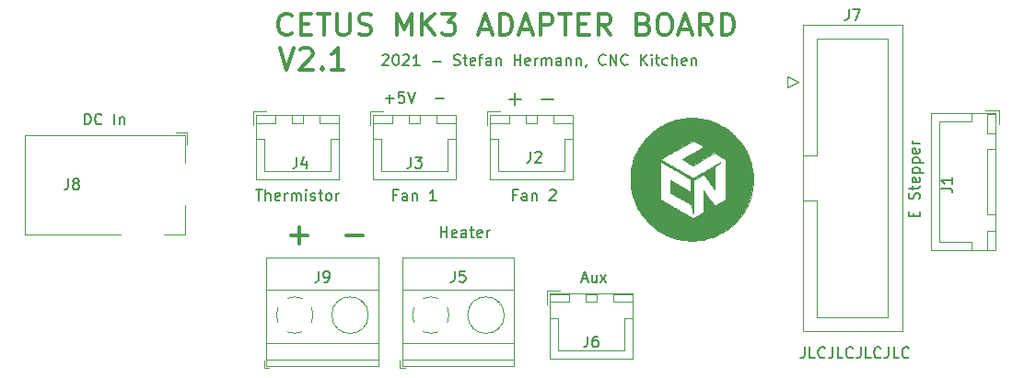
<source format=gbr>
%TF.GenerationSoftware,KiCad,Pcbnew,(5.1.12)-1*%
%TF.CreationDate,2021-12-09T20:49:17+01:00*%
%TF.ProjectId,adapter01,61646170-7465-4723-9031-2e6b69636164,rev?*%
%TF.SameCoordinates,Original*%
%TF.FileFunction,Legend,Top*%
%TF.FilePolarity,Positive*%
%FSLAX46Y46*%
G04 Gerber Fmt 4.6, Leading zero omitted, Abs format (unit mm)*
G04 Created by KiCad (PCBNEW (5.1.12)-1) date 2021-12-09 20:49:17*
%MOMM*%
%LPD*%
G01*
G04 APERTURE LIST*
%ADD10C,0.150000*%
%ADD11C,0.200000*%
%ADD12C,0.300000*%
%ADD13C,0.120000*%
%ADD14C,0.010000*%
G04 APERTURE END LIST*
D10*
X165880952Y-82952380D02*
X165880952Y-83666666D01*
X165833333Y-83809523D01*
X165738095Y-83904761D01*
X165595238Y-83952380D01*
X165500000Y-83952380D01*
X166833333Y-83952380D02*
X166357142Y-83952380D01*
X166357142Y-82952380D01*
X167738095Y-83857142D02*
X167690476Y-83904761D01*
X167547619Y-83952380D01*
X167452380Y-83952380D01*
X167309523Y-83904761D01*
X167214285Y-83809523D01*
X167166666Y-83714285D01*
X167119047Y-83523809D01*
X167119047Y-83380952D01*
X167166666Y-83190476D01*
X167214285Y-83095238D01*
X167309523Y-83000000D01*
X167452380Y-82952380D01*
X167547619Y-82952380D01*
X167690476Y-83000000D01*
X167738095Y-83047619D01*
X168452380Y-82952380D02*
X168452380Y-83666666D01*
X168404761Y-83809523D01*
X168309523Y-83904761D01*
X168166666Y-83952380D01*
X168071428Y-83952380D01*
X169404761Y-83952380D02*
X168928571Y-83952380D01*
X168928571Y-82952380D01*
X170309523Y-83857142D02*
X170261904Y-83904761D01*
X170119047Y-83952380D01*
X170023809Y-83952380D01*
X169880952Y-83904761D01*
X169785714Y-83809523D01*
X169738095Y-83714285D01*
X169690476Y-83523809D01*
X169690476Y-83380952D01*
X169738095Y-83190476D01*
X169785714Y-83095238D01*
X169880952Y-83000000D01*
X170023809Y-82952380D01*
X170119047Y-82952380D01*
X170261904Y-83000000D01*
X170309523Y-83047619D01*
X171023809Y-82952380D02*
X171023809Y-83666666D01*
X170976190Y-83809523D01*
X170880952Y-83904761D01*
X170738095Y-83952380D01*
X170642857Y-83952380D01*
X171976190Y-83952380D02*
X171500000Y-83952380D01*
X171500000Y-82952380D01*
X172880952Y-83857142D02*
X172833333Y-83904761D01*
X172690476Y-83952380D01*
X172595238Y-83952380D01*
X172452380Y-83904761D01*
X172357142Y-83809523D01*
X172309523Y-83714285D01*
X172261904Y-83523809D01*
X172261904Y-83380952D01*
X172309523Y-83190476D01*
X172357142Y-83095238D01*
X172452380Y-83000000D01*
X172595238Y-82952380D01*
X172690476Y-82952380D01*
X172833333Y-83000000D01*
X172880952Y-83047619D01*
X173595238Y-82952380D02*
X173595238Y-83666666D01*
X173547619Y-83809523D01*
X173452380Y-83904761D01*
X173309523Y-83952380D01*
X173214285Y-83952380D01*
X174547619Y-83952380D02*
X174071428Y-83952380D01*
X174071428Y-82952380D01*
X175452380Y-83857142D02*
X175404761Y-83904761D01*
X175261904Y-83952380D01*
X175166666Y-83952380D01*
X175023809Y-83904761D01*
X174928571Y-83809523D01*
X174880952Y-83714285D01*
X174833333Y-83523809D01*
X174833333Y-83380952D01*
X174880952Y-83190476D01*
X174928571Y-83095238D01*
X175023809Y-83000000D01*
X175166666Y-82952380D01*
X175261904Y-82952380D01*
X175404761Y-83000000D01*
X175452380Y-83047619D01*
X99666666Y-62452380D02*
X99666666Y-61452380D01*
X99904761Y-61452380D01*
X100047619Y-61500000D01*
X100142857Y-61595238D01*
X100190476Y-61690476D01*
X100238095Y-61880952D01*
X100238095Y-62023809D01*
X100190476Y-62214285D01*
X100142857Y-62309523D01*
X100047619Y-62404761D01*
X99904761Y-62452380D01*
X99666666Y-62452380D01*
X101238095Y-62357142D02*
X101190476Y-62404761D01*
X101047619Y-62452380D01*
X100952380Y-62452380D01*
X100809523Y-62404761D01*
X100714285Y-62309523D01*
X100666666Y-62214285D01*
X100619047Y-62023809D01*
X100619047Y-61880952D01*
X100666666Y-61690476D01*
X100714285Y-61595238D01*
X100809523Y-61500000D01*
X100952380Y-61452380D01*
X101047619Y-61452380D01*
X101190476Y-61500000D01*
X101238095Y-61547619D01*
X102428571Y-62452380D02*
X102428571Y-61452380D01*
X102904761Y-61785714D02*
X102904761Y-62452380D01*
X102904761Y-61880952D02*
X102952380Y-61833333D01*
X103047619Y-61785714D01*
X103190476Y-61785714D01*
X103285714Y-61833333D01*
X103333333Y-61928571D01*
X103333333Y-62452380D01*
D11*
X138678571Y-60107142D02*
X139821428Y-60107142D01*
X139250000Y-60678571D02*
X139250000Y-59535714D01*
X141678571Y-60107142D02*
X142821428Y-60107142D01*
X127333333Y-60071428D02*
X128095238Y-60071428D01*
X127714285Y-60452380D02*
X127714285Y-59690476D01*
X129047619Y-59452380D02*
X128571428Y-59452380D01*
X128523809Y-59928571D01*
X128571428Y-59880952D01*
X128666666Y-59833333D01*
X128904761Y-59833333D01*
X129000000Y-59880952D01*
X129047619Y-59928571D01*
X129095238Y-60023809D01*
X129095238Y-60261904D01*
X129047619Y-60357142D01*
X129000000Y-60404761D01*
X128904761Y-60452380D01*
X128666666Y-60452380D01*
X128571428Y-60404761D01*
X128523809Y-60357142D01*
X129380952Y-59452380D02*
X129714285Y-60452380D01*
X130047619Y-59452380D01*
X131904761Y-60071428D02*
X132666666Y-60071428D01*
D10*
X139380952Y-68928571D02*
X139047619Y-68928571D01*
X139047619Y-69452380D02*
X139047619Y-68452380D01*
X139523809Y-68452380D01*
X140333333Y-69452380D02*
X140333333Y-68928571D01*
X140285714Y-68833333D01*
X140190476Y-68785714D01*
X140000000Y-68785714D01*
X139904761Y-68833333D01*
X140333333Y-69404761D02*
X140238095Y-69452380D01*
X140000000Y-69452380D01*
X139904761Y-69404761D01*
X139857142Y-69309523D01*
X139857142Y-69214285D01*
X139904761Y-69119047D01*
X140000000Y-69071428D01*
X140238095Y-69071428D01*
X140333333Y-69023809D01*
X140809523Y-68785714D02*
X140809523Y-69452380D01*
X140809523Y-68880952D02*
X140857142Y-68833333D01*
X140952380Y-68785714D01*
X141095238Y-68785714D01*
X141190476Y-68833333D01*
X141238095Y-68928571D01*
X141238095Y-69452380D01*
X142428571Y-68547619D02*
X142476190Y-68500000D01*
X142571428Y-68452380D01*
X142809523Y-68452380D01*
X142904761Y-68500000D01*
X142952380Y-68547619D01*
X143000000Y-68642857D01*
X143000000Y-68738095D01*
X142952380Y-68880952D01*
X142380952Y-69452380D01*
X143000000Y-69452380D01*
X128380952Y-68928571D02*
X128047619Y-68928571D01*
X128047619Y-69452380D02*
X128047619Y-68452380D01*
X128523809Y-68452380D01*
X129333333Y-69452380D02*
X129333333Y-68928571D01*
X129285714Y-68833333D01*
X129190476Y-68785714D01*
X129000000Y-68785714D01*
X128904761Y-68833333D01*
X129333333Y-69404761D02*
X129238095Y-69452380D01*
X129000000Y-69452380D01*
X128904761Y-69404761D01*
X128857142Y-69309523D01*
X128857142Y-69214285D01*
X128904761Y-69119047D01*
X129000000Y-69071428D01*
X129238095Y-69071428D01*
X129333333Y-69023809D01*
X129809523Y-68785714D02*
X129809523Y-69452380D01*
X129809523Y-68880952D02*
X129857142Y-68833333D01*
X129952380Y-68785714D01*
X130095238Y-68785714D01*
X130190476Y-68833333D01*
X130238095Y-68928571D01*
X130238095Y-69452380D01*
X132000000Y-69452380D02*
X131428571Y-69452380D01*
X131714285Y-69452380D02*
X131714285Y-68452380D01*
X131619047Y-68595238D01*
X131523809Y-68690476D01*
X131428571Y-68738095D01*
X115416666Y-68452380D02*
X115988095Y-68452380D01*
X115702380Y-69452380D02*
X115702380Y-68452380D01*
X116321428Y-69452380D02*
X116321428Y-68452380D01*
X116750000Y-69452380D02*
X116750000Y-68928571D01*
X116702380Y-68833333D01*
X116607142Y-68785714D01*
X116464285Y-68785714D01*
X116369047Y-68833333D01*
X116321428Y-68880952D01*
X117607142Y-69404761D02*
X117511904Y-69452380D01*
X117321428Y-69452380D01*
X117226190Y-69404761D01*
X117178571Y-69309523D01*
X117178571Y-68928571D01*
X117226190Y-68833333D01*
X117321428Y-68785714D01*
X117511904Y-68785714D01*
X117607142Y-68833333D01*
X117654761Y-68928571D01*
X117654761Y-69023809D01*
X117178571Y-69119047D01*
X118083333Y-69452380D02*
X118083333Y-68785714D01*
X118083333Y-68976190D02*
X118130952Y-68880952D01*
X118178571Y-68833333D01*
X118273809Y-68785714D01*
X118369047Y-68785714D01*
X118702380Y-69452380D02*
X118702380Y-68785714D01*
X118702380Y-68880952D02*
X118750000Y-68833333D01*
X118845238Y-68785714D01*
X118988095Y-68785714D01*
X119083333Y-68833333D01*
X119130952Y-68928571D01*
X119130952Y-69452380D01*
X119130952Y-68928571D02*
X119178571Y-68833333D01*
X119273809Y-68785714D01*
X119416666Y-68785714D01*
X119511904Y-68833333D01*
X119559523Y-68928571D01*
X119559523Y-69452380D01*
X120035714Y-69452380D02*
X120035714Y-68785714D01*
X120035714Y-68452380D02*
X119988095Y-68500000D01*
X120035714Y-68547619D01*
X120083333Y-68500000D01*
X120035714Y-68452380D01*
X120035714Y-68547619D01*
X120464285Y-69404761D02*
X120559523Y-69452380D01*
X120750000Y-69452380D01*
X120845238Y-69404761D01*
X120892857Y-69309523D01*
X120892857Y-69261904D01*
X120845238Y-69166666D01*
X120750000Y-69119047D01*
X120607142Y-69119047D01*
X120511904Y-69071428D01*
X120464285Y-68976190D01*
X120464285Y-68928571D01*
X120511904Y-68833333D01*
X120607142Y-68785714D01*
X120750000Y-68785714D01*
X120845238Y-68833333D01*
X121178571Y-68785714D02*
X121559523Y-68785714D01*
X121321428Y-68452380D02*
X121321428Y-69309523D01*
X121369047Y-69404761D01*
X121464285Y-69452380D01*
X121559523Y-69452380D01*
X122035714Y-69452380D02*
X121940476Y-69404761D01*
X121892857Y-69357142D01*
X121845238Y-69261904D01*
X121845238Y-68976190D01*
X121892857Y-68880952D01*
X121940476Y-68833333D01*
X122035714Y-68785714D01*
X122178571Y-68785714D01*
X122273809Y-68833333D01*
X122321428Y-68880952D01*
X122369047Y-68976190D01*
X122369047Y-69261904D01*
X122321428Y-69357142D01*
X122273809Y-69404761D01*
X122178571Y-69452380D01*
X122035714Y-69452380D01*
X122797619Y-69452380D02*
X122797619Y-68785714D01*
X122797619Y-68976190D02*
X122845238Y-68880952D01*
X122892857Y-68833333D01*
X122988095Y-68785714D01*
X123083333Y-68785714D01*
X145404761Y-76666666D02*
X145880952Y-76666666D01*
X145309523Y-76952380D02*
X145642857Y-75952380D01*
X145976190Y-76952380D01*
X146738095Y-76285714D02*
X146738095Y-76952380D01*
X146309523Y-76285714D02*
X146309523Y-76809523D01*
X146357142Y-76904761D01*
X146452380Y-76952380D01*
X146595238Y-76952380D01*
X146690476Y-76904761D01*
X146738095Y-76857142D01*
X147119047Y-76952380D02*
X147642857Y-76285714D01*
X147119047Y-76285714D02*
X147642857Y-76952380D01*
X175928571Y-70928571D02*
X175928571Y-70595238D01*
X176452380Y-70452380D02*
X176452380Y-70928571D01*
X175452380Y-70928571D01*
X175452380Y-70452380D01*
X176404761Y-69309523D02*
X176452380Y-69166666D01*
X176452380Y-68928571D01*
X176404761Y-68833333D01*
X176357142Y-68785714D01*
X176261904Y-68738095D01*
X176166666Y-68738095D01*
X176071428Y-68785714D01*
X176023809Y-68833333D01*
X175976190Y-68928571D01*
X175928571Y-69119047D01*
X175880952Y-69214285D01*
X175833333Y-69261904D01*
X175738095Y-69309523D01*
X175642857Y-69309523D01*
X175547619Y-69261904D01*
X175500000Y-69214285D01*
X175452380Y-69119047D01*
X175452380Y-68880952D01*
X175500000Y-68738095D01*
X175785714Y-68452380D02*
X175785714Y-68071428D01*
X175452380Y-68309523D02*
X176309523Y-68309523D01*
X176404761Y-68261904D01*
X176452380Y-68166666D01*
X176452380Y-68071428D01*
X176404761Y-67357142D02*
X176452380Y-67452380D01*
X176452380Y-67642857D01*
X176404761Y-67738095D01*
X176309523Y-67785714D01*
X175928571Y-67785714D01*
X175833333Y-67738095D01*
X175785714Y-67642857D01*
X175785714Y-67452380D01*
X175833333Y-67357142D01*
X175928571Y-67309523D01*
X176023809Y-67309523D01*
X176119047Y-67785714D01*
X175785714Y-66880952D02*
X176785714Y-66880952D01*
X175833333Y-66880952D02*
X175785714Y-66785714D01*
X175785714Y-66595238D01*
X175833333Y-66500000D01*
X175880952Y-66452380D01*
X175976190Y-66404761D01*
X176261904Y-66404761D01*
X176357142Y-66452380D01*
X176404761Y-66500000D01*
X176452380Y-66595238D01*
X176452380Y-66785714D01*
X176404761Y-66880952D01*
X175785714Y-65976190D02*
X176785714Y-65976190D01*
X175833333Y-65976190D02*
X175785714Y-65880952D01*
X175785714Y-65690476D01*
X175833333Y-65595238D01*
X175880952Y-65547619D01*
X175976190Y-65500000D01*
X176261904Y-65500000D01*
X176357142Y-65547619D01*
X176404761Y-65595238D01*
X176452380Y-65690476D01*
X176452380Y-65880952D01*
X176404761Y-65976190D01*
X176404761Y-64690476D02*
X176452380Y-64785714D01*
X176452380Y-64976190D01*
X176404761Y-65071428D01*
X176309523Y-65119047D01*
X175928571Y-65119047D01*
X175833333Y-65071428D01*
X175785714Y-64976190D01*
X175785714Y-64785714D01*
X175833333Y-64690476D01*
X175928571Y-64642857D01*
X176023809Y-64642857D01*
X176119047Y-65119047D01*
X176452380Y-64214285D02*
X175785714Y-64214285D01*
X175976190Y-64214285D02*
X175880952Y-64166666D01*
X175833333Y-64119047D01*
X175785714Y-64023809D01*
X175785714Y-63928571D01*
D12*
X123698095Y-72642857D02*
X125221904Y-72642857D01*
X118618095Y-72642857D02*
X120141904Y-72642857D01*
X119380000Y-73404761D02*
X119380000Y-71880952D01*
D10*
X132429523Y-72842380D02*
X132429523Y-71842380D01*
X132429523Y-72318571D02*
X133000952Y-72318571D01*
X133000952Y-72842380D02*
X133000952Y-71842380D01*
X133858095Y-72794761D02*
X133762857Y-72842380D01*
X133572380Y-72842380D01*
X133477142Y-72794761D01*
X133429523Y-72699523D01*
X133429523Y-72318571D01*
X133477142Y-72223333D01*
X133572380Y-72175714D01*
X133762857Y-72175714D01*
X133858095Y-72223333D01*
X133905714Y-72318571D01*
X133905714Y-72413809D01*
X133429523Y-72509047D01*
X134762857Y-72842380D02*
X134762857Y-72318571D01*
X134715238Y-72223333D01*
X134620000Y-72175714D01*
X134429523Y-72175714D01*
X134334285Y-72223333D01*
X134762857Y-72794761D02*
X134667619Y-72842380D01*
X134429523Y-72842380D01*
X134334285Y-72794761D01*
X134286666Y-72699523D01*
X134286666Y-72604285D01*
X134334285Y-72509047D01*
X134429523Y-72461428D01*
X134667619Y-72461428D01*
X134762857Y-72413809D01*
X135096190Y-72175714D02*
X135477142Y-72175714D01*
X135239047Y-71842380D02*
X135239047Y-72699523D01*
X135286666Y-72794761D01*
X135381904Y-72842380D01*
X135477142Y-72842380D01*
X136191428Y-72794761D02*
X136096190Y-72842380D01*
X135905714Y-72842380D01*
X135810476Y-72794761D01*
X135762857Y-72699523D01*
X135762857Y-72318571D01*
X135810476Y-72223333D01*
X135905714Y-72175714D01*
X136096190Y-72175714D01*
X136191428Y-72223333D01*
X136239047Y-72318571D01*
X136239047Y-72413809D01*
X135762857Y-72509047D01*
X136667619Y-72842380D02*
X136667619Y-72175714D01*
X136667619Y-72366190D02*
X136715238Y-72270952D01*
X136762857Y-72223333D01*
X136858095Y-72175714D01*
X136953333Y-72175714D01*
D11*
X127047619Y-56102619D02*
X127095238Y-56055000D01*
X127190476Y-56007380D01*
X127428571Y-56007380D01*
X127523809Y-56055000D01*
X127571428Y-56102619D01*
X127619047Y-56197857D01*
X127619047Y-56293095D01*
X127571428Y-56435952D01*
X127000000Y-57007380D01*
X127619047Y-57007380D01*
X128238095Y-56007380D02*
X128333333Y-56007380D01*
X128428571Y-56055000D01*
X128476190Y-56102619D01*
X128523809Y-56197857D01*
X128571428Y-56388333D01*
X128571428Y-56626428D01*
X128523809Y-56816904D01*
X128476190Y-56912142D01*
X128428571Y-56959761D01*
X128333333Y-57007380D01*
X128238095Y-57007380D01*
X128142857Y-56959761D01*
X128095238Y-56912142D01*
X128047619Y-56816904D01*
X128000000Y-56626428D01*
X128000000Y-56388333D01*
X128047619Y-56197857D01*
X128095238Y-56102619D01*
X128142857Y-56055000D01*
X128238095Y-56007380D01*
X128952380Y-56102619D02*
X129000000Y-56055000D01*
X129095238Y-56007380D01*
X129333333Y-56007380D01*
X129428571Y-56055000D01*
X129476190Y-56102619D01*
X129523809Y-56197857D01*
X129523809Y-56293095D01*
X129476190Y-56435952D01*
X128904761Y-57007380D01*
X129523809Y-57007380D01*
X130476190Y-57007380D02*
X129904761Y-57007380D01*
X130190476Y-57007380D02*
X130190476Y-56007380D01*
X130095238Y-56150238D01*
X130000000Y-56245476D01*
X129904761Y-56293095D01*
X131666666Y-56626428D02*
X132428571Y-56626428D01*
X133619047Y-56959761D02*
X133761904Y-57007380D01*
X134000000Y-57007380D01*
X134095238Y-56959761D01*
X134142857Y-56912142D01*
X134190476Y-56816904D01*
X134190476Y-56721666D01*
X134142857Y-56626428D01*
X134095238Y-56578809D01*
X134000000Y-56531190D01*
X133809523Y-56483571D01*
X133714285Y-56435952D01*
X133666666Y-56388333D01*
X133619047Y-56293095D01*
X133619047Y-56197857D01*
X133666666Y-56102619D01*
X133714285Y-56055000D01*
X133809523Y-56007380D01*
X134047619Y-56007380D01*
X134190476Y-56055000D01*
X134476190Y-56340714D02*
X134857142Y-56340714D01*
X134619047Y-56007380D02*
X134619047Y-56864523D01*
X134666666Y-56959761D01*
X134761904Y-57007380D01*
X134857142Y-57007380D01*
X135571428Y-56959761D02*
X135476190Y-57007380D01*
X135285714Y-57007380D01*
X135190476Y-56959761D01*
X135142857Y-56864523D01*
X135142857Y-56483571D01*
X135190476Y-56388333D01*
X135285714Y-56340714D01*
X135476190Y-56340714D01*
X135571428Y-56388333D01*
X135619047Y-56483571D01*
X135619047Y-56578809D01*
X135142857Y-56674047D01*
X135904761Y-56340714D02*
X136285714Y-56340714D01*
X136047619Y-57007380D02*
X136047619Y-56150238D01*
X136095238Y-56055000D01*
X136190476Y-56007380D01*
X136285714Y-56007380D01*
X137047619Y-57007380D02*
X137047619Y-56483571D01*
X137000000Y-56388333D01*
X136904761Y-56340714D01*
X136714285Y-56340714D01*
X136619047Y-56388333D01*
X137047619Y-56959761D02*
X136952380Y-57007380D01*
X136714285Y-57007380D01*
X136619047Y-56959761D01*
X136571428Y-56864523D01*
X136571428Y-56769285D01*
X136619047Y-56674047D01*
X136714285Y-56626428D01*
X136952380Y-56626428D01*
X137047619Y-56578809D01*
X137523809Y-56340714D02*
X137523809Y-57007380D01*
X137523809Y-56435952D02*
X137571428Y-56388333D01*
X137666666Y-56340714D01*
X137809523Y-56340714D01*
X137904761Y-56388333D01*
X137952380Y-56483571D01*
X137952380Y-57007380D01*
X139190476Y-57007380D02*
X139190476Y-56007380D01*
X139190476Y-56483571D02*
X139761904Y-56483571D01*
X139761904Y-57007380D02*
X139761904Y-56007380D01*
X140619047Y-56959761D02*
X140523809Y-57007380D01*
X140333333Y-57007380D01*
X140238095Y-56959761D01*
X140190476Y-56864523D01*
X140190476Y-56483571D01*
X140238095Y-56388333D01*
X140333333Y-56340714D01*
X140523809Y-56340714D01*
X140619047Y-56388333D01*
X140666666Y-56483571D01*
X140666666Y-56578809D01*
X140190476Y-56674047D01*
X141095238Y-57007380D02*
X141095238Y-56340714D01*
X141095238Y-56531190D02*
X141142857Y-56435952D01*
X141190476Y-56388333D01*
X141285714Y-56340714D01*
X141380952Y-56340714D01*
X141714285Y-57007380D02*
X141714285Y-56340714D01*
X141714285Y-56435952D02*
X141761904Y-56388333D01*
X141857142Y-56340714D01*
X142000000Y-56340714D01*
X142095238Y-56388333D01*
X142142857Y-56483571D01*
X142142857Y-57007380D01*
X142142857Y-56483571D02*
X142190476Y-56388333D01*
X142285714Y-56340714D01*
X142428571Y-56340714D01*
X142523809Y-56388333D01*
X142571428Y-56483571D01*
X142571428Y-57007380D01*
X143476190Y-57007380D02*
X143476190Y-56483571D01*
X143428571Y-56388333D01*
X143333333Y-56340714D01*
X143142857Y-56340714D01*
X143047619Y-56388333D01*
X143476190Y-56959761D02*
X143380952Y-57007380D01*
X143142857Y-57007380D01*
X143047619Y-56959761D01*
X143000000Y-56864523D01*
X143000000Y-56769285D01*
X143047619Y-56674047D01*
X143142857Y-56626428D01*
X143380952Y-56626428D01*
X143476190Y-56578809D01*
X143952380Y-56340714D02*
X143952380Y-57007380D01*
X143952380Y-56435952D02*
X144000000Y-56388333D01*
X144095238Y-56340714D01*
X144238095Y-56340714D01*
X144333333Y-56388333D01*
X144380952Y-56483571D01*
X144380952Y-57007380D01*
X144857142Y-56340714D02*
X144857142Y-57007380D01*
X144857142Y-56435952D02*
X144904761Y-56388333D01*
X145000000Y-56340714D01*
X145142857Y-56340714D01*
X145238095Y-56388333D01*
X145285714Y-56483571D01*
X145285714Y-57007380D01*
X145809523Y-56959761D02*
X145809523Y-57007380D01*
X145761904Y-57102619D01*
X145714285Y-57150238D01*
X147571428Y-56912142D02*
X147523809Y-56959761D01*
X147380952Y-57007380D01*
X147285714Y-57007380D01*
X147142857Y-56959761D01*
X147047619Y-56864523D01*
X147000000Y-56769285D01*
X146952380Y-56578809D01*
X146952380Y-56435952D01*
X147000000Y-56245476D01*
X147047619Y-56150238D01*
X147142857Y-56055000D01*
X147285714Y-56007380D01*
X147380952Y-56007380D01*
X147523809Y-56055000D01*
X147571428Y-56102619D01*
X148000000Y-57007380D02*
X148000000Y-56007380D01*
X148571428Y-57007380D01*
X148571428Y-56007380D01*
X149619047Y-56912142D02*
X149571428Y-56959761D01*
X149428571Y-57007380D01*
X149333333Y-57007380D01*
X149190476Y-56959761D01*
X149095238Y-56864523D01*
X149047619Y-56769285D01*
X149000000Y-56578809D01*
X149000000Y-56435952D01*
X149047619Y-56245476D01*
X149095238Y-56150238D01*
X149190476Y-56055000D01*
X149333333Y-56007380D01*
X149428571Y-56007380D01*
X149571428Y-56055000D01*
X149619047Y-56102619D01*
X150809523Y-57007380D02*
X150809523Y-56007380D01*
X151380952Y-57007380D02*
X150952380Y-56435952D01*
X151380952Y-56007380D02*
X150809523Y-56578809D01*
X151809523Y-57007380D02*
X151809523Y-56340714D01*
X151809523Y-56007380D02*
X151761904Y-56055000D01*
X151809523Y-56102619D01*
X151857142Y-56055000D01*
X151809523Y-56007380D01*
X151809523Y-56102619D01*
X152142857Y-56340714D02*
X152523809Y-56340714D01*
X152285714Y-56007380D02*
X152285714Y-56864523D01*
X152333333Y-56959761D01*
X152428571Y-57007380D01*
X152523809Y-57007380D01*
X153285714Y-56959761D02*
X153190476Y-57007380D01*
X153000000Y-57007380D01*
X152904761Y-56959761D01*
X152857142Y-56912142D01*
X152809523Y-56816904D01*
X152809523Y-56531190D01*
X152857142Y-56435952D01*
X152904761Y-56388333D01*
X153000000Y-56340714D01*
X153190476Y-56340714D01*
X153285714Y-56388333D01*
X153714285Y-57007380D02*
X153714285Y-56007380D01*
X154142857Y-57007380D02*
X154142857Y-56483571D01*
X154095238Y-56388333D01*
X154000000Y-56340714D01*
X153857142Y-56340714D01*
X153761904Y-56388333D01*
X153714285Y-56435952D01*
X155000000Y-56959761D02*
X154904761Y-57007380D01*
X154714285Y-57007380D01*
X154619047Y-56959761D01*
X154571428Y-56864523D01*
X154571428Y-56483571D01*
X154619047Y-56388333D01*
X154714285Y-56340714D01*
X154904761Y-56340714D01*
X155000000Y-56388333D01*
X155047619Y-56483571D01*
X155047619Y-56578809D01*
X154571428Y-56674047D01*
X155476190Y-56340714D02*
X155476190Y-57007380D01*
X155476190Y-56435952D02*
X155523809Y-56388333D01*
X155619047Y-56340714D01*
X155761904Y-56340714D01*
X155857142Y-56388333D01*
X155904761Y-56483571D01*
X155904761Y-57007380D01*
D12*
X117602380Y-55404761D02*
X118269047Y-57404761D01*
X118935714Y-55404761D01*
X119507142Y-55595238D02*
X119602380Y-55500000D01*
X119792857Y-55404761D01*
X120269047Y-55404761D01*
X120459523Y-55500000D01*
X120554761Y-55595238D01*
X120650000Y-55785714D01*
X120650000Y-55976190D01*
X120554761Y-56261904D01*
X119411904Y-57404761D01*
X120650000Y-57404761D01*
X121507142Y-57214285D02*
X121602380Y-57309523D01*
X121507142Y-57404761D01*
X121411904Y-57309523D01*
X121507142Y-57214285D01*
X121507142Y-57404761D01*
X123507142Y-57404761D02*
X122364285Y-57404761D01*
X122935714Y-57404761D02*
X122935714Y-55404761D01*
X122745238Y-55690476D01*
X122554761Y-55880952D01*
X122364285Y-55976190D01*
X118715714Y-54054285D02*
X118620476Y-54149523D01*
X118334761Y-54244761D01*
X118144285Y-54244761D01*
X117858571Y-54149523D01*
X117668095Y-53959047D01*
X117572857Y-53768571D01*
X117477619Y-53387619D01*
X117477619Y-53101904D01*
X117572857Y-52720952D01*
X117668095Y-52530476D01*
X117858571Y-52340000D01*
X118144285Y-52244761D01*
X118334761Y-52244761D01*
X118620476Y-52340000D01*
X118715714Y-52435238D01*
X119572857Y-53197142D02*
X120239523Y-53197142D01*
X120525238Y-54244761D02*
X119572857Y-54244761D01*
X119572857Y-52244761D01*
X120525238Y-52244761D01*
X121096666Y-52244761D02*
X122239523Y-52244761D01*
X121668095Y-54244761D02*
X121668095Y-52244761D01*
X122906190Y-52244761D02*
X122906190Y-53863809D01*
X123001428Y-54054285D01*
X123096666Y-54149523D01*
X123287142Y-54244761D01*
X123668095Y-54244761D01*
X123858571Y-54149523D01*
X123953809Y-54054285D01*
X124049047Y-53863809D01*
X124049047Y-52244761D01*
X124906190Y-54149523D02*
X125191904Y-54244761D01*
X125668095Y-54244761D01*
X125858571Y-54149523D01*
X125953809Y-54054285D01*
X126049047Y-53863809D01*
X126049047Y-53673333D01*
X125953809Y-53482857D01*
X125858571Y-53387619D01*
X125668095Y-53292380D01*
X125287142Y-53197142D01*
X125096666Y-53101904D01*
X125001428Y-53006666D01*
X124906190Y-52816190D01*
X124906190Y-52625714D01*
X125001428Y-52435238D01*
X125096666Y-52340000D01*
X125287142Y-52244761D01*
X125763333Y-52244761D01*
X126049047Y-52340000D01*
X128429999Y-54244761D02*
X128429999Y-52244761D01*
X129096666Y-53673333D01*
X129763333Y-52244761D01*
X129763333Y-54244761D01*
X130715714Y-54244761D02*
X130715714Y-52244761D01*
X131858571Y-54244761D02*
X131001428Y-53101904D01*
X131858571Y-52244761D02*
X130715714Y-53387619D01*
X132525238Y-52244761D02*
X133763333Y-52244761D01*
X133096666Y-53006666D01*
X133382380Y-53006666D01*
X133572857Y-53101904D01*
X133668095Y-53197142D01*
X133763333Y-53387619D01*
X133763333Y-53863809D01*
X133668095Y-54054285D01*
X133572857Y-54149523D01*
X133382380Y-54244761D01*
X132810952Y-54244761D01*
X132620476Y-54149523D01*
X132525238Y-54054285D01*
X136049047Y-53673333D02*
X137001428Y-53673333D01*
X135858571Y-54244761D02*
X136525238Y-52244761D01*
X137191904Y-54244761D01*
X137858571Y-54244761D02*
X137858571Y-52244761D01*
X138334761Y-52244761D01*
X138620476Y-52340000D01*
X138810952Y-52530476D01*
X138906190Y-52720952D01*
X139001428Y-53101904D01*
X139001428Y-53387619D01*
X138906190Y-53768571D01*
X138810952Y-53959047D01*
X138620476Y-54149523D01*
X138334761Y-54244761D01*
X137858571Y-54244761D01*
X139763333Y-53673333D02*
X140715714Y-53673333D01*
X139572857Y-54244761D02*
X140239523Y-52244761D01*
X140906190Y-54244761D01*
X141572857Y-54244761D02*
X141572857Y-52244761D01*
X142334761Y-52244761D01*
X142525238Y-52340000D01*
X142620476Y-52435238D01*
X142715714Y-52625714D01*
X142715714Y-52911428D01*
X142620476Y-53101904D01*
X142525238Y-53197142D01*
X142334761Y-53292380D01*
X141572857Y-53292380D01*
X143287142Y-52244761D02*
X144429999Y-52244761D01*
X143858571Y-54244761D02*
X143858571Y-52244761D01*
X145096666Y-53197142D02*
X145763333Y-53197142D01*
X146049047Y-54244761D02*
X145096666Y-54244761D01*
X145096666Y-52244761D01*
X146049047Y-52244761D01*
X148049047Y-54244761D02*
X147382380Y-53292380D01*
X146906190Y-54244761D02*
X146906190Y-52244761D01*
X147668095Y-52244761D01*
X147858571Y-52340000D01*
X147953809Y-52435238D01*
X148049047Y-52625714D01*
X148049047Y-52911428D01*
X147953809Y-53101904D01*
X147858571Y-53197142D01*
X147668095Y-53292380D01*
X146906190Y-53292380D01*
X151096666Y-53197142D02*
X151382380Y-53292380D01*
X151477619Y-53387619D01*
X151572857Y-53578095D01*
X151572857Y-53863809D01*
X151477619Y-54054285D01*
X151382380Y-54149523D01*
X151191904Y-54244761D01*
X150429999Y-54244761D01*
X150429999Y-52244761D01*
X151096666Y-52244761D01*
X151287142Y-52340000D01*
X151382380Y-52435238D01*
X151477619Y-52625714D01*
X151477619Y-52816190D01*
X151382380Y-53006666D01*
X151287142Y-53101904D01*
X151096666Y-53197142D01*
X150429999Y-53197142D01*
X152810952Y-52244761D02*
X153191904Y-52244761D01*
X153382380Y-52340000D01*
X153572857Y-52530476D01*
X153668095Y-52911428D01*
X153668095Y-53578095D01*
X153572857Y-53959047D01*
X153382380Y-54149523D01*
X153191904Y-54244761D01*
X152810952Y-54244761D01*
X152620476Y-54149523D01*
X152429999Y-53959047D01*
X152334761Y-53578095D01*
X152334761Y-52911428D01*
X152429999Y-52530476D01*
X152620476Y-52340000D01*
X152810952Y-52244761D01*
X154429999Y-53673333D02*
X155382380Y-53673333D01*
X154239523Y-54244761D02*
X154906190Y-52244761D01*
X155572857Y-54244761D01*
X157382380Y-54244761D02*
X156715714Y-53292380D01*
X156239523Y-54244761D02*
X156239523Y-52244761D01*
X157001428Y-52244761D01*
X157191904Y-52340000D01*
X157287142Y-52435238D01*
X157382380Y-52625714D01*
X157382380Y-52911428D01*
X157287142Y-53101904D01*
X157191904Y-53197142D01*
X157001428Y-53292380D01*
X156239523Y-53292380D01*
X158239523Y-54244761D02*
X158239523Y-52244761D01*
X158715714Y-52244761D01*
X159001428Y-52340000D01*
X159191904Y-52530476D01*
X159287142Y-52720952D01*
X159382380Y-53101904D01*
X159382380Y-53387619D01*
X159287142Y-53768571D01*
X159191904Y-53959047D01*
X159001428Y-54149523D01*
X158715714Y-54244761D01*
X158239523Y-54244761D01*
D13*
%TO.C,J7*%
X165710000Y-53290000D02*
X174830000Y-53290000D01*
X174830000Y-53290000D02*
X174830000Y-81490000D01*
X174830000Y-81490000D02*
X165710000Y-81490000D01*
X165710000Y-81490000D02*
X165710000Y-53290000D01*
X165710000Y-65340000D02*
X167020000Y-65340000D01*
X167020000Y-65340000D02*
X167020000Y-54590000D01*
X167020000Y-54590000D02*
X173520000Y-54590000D01*
X173520000Y-54590000D02*
X173520000Y-80190000D01*
X173520000Y-80190000D02*
X167020000Y-80190000D01*
X167020000Y-80190000D02*
X167020000Y-69440000D01*
X167020000Y-69440000D02*
X167020000Y-69440000D01*
X167020000Y-69440000D02*
X165710000Y-69440000D01*
X165320000Y-58500000D02*
X164320000Y-58000000D01*
X164320000Y-58000000D02*
X164320000Y-59000000D01*
X164320000Y-59000000D02*
X165320000Y-58500000D01*
%TO.C,J2*%
X136940000Y-61540000D02*
X136940000Y-67510000D01*
X136940000Y-67510000D02*
X144560000Y-67510000D01*
X144560000Y-67510000D02*
X144560000Y-61540000D01*
X144560000Y-61540000D02*
X136940000Y-61540000D01*
X140250000Y-61550000D02*
X140250000Y-62300000D01*
X140250000Y-62300000D02*
X141250000Y-62300000D01*
X141250000Y-62300000D02*
X141250000Y-61550000D01*
X141250000Y-61550000D02*
X140250000Y-61550000D01*
X136950000Y-61550000D02*
X136950000Y-62300000D01*
X136950000Y-62300000D02*
X138750000Y-62300000D01*
X138750000Y-62300000D02*
X138750000Y-61550000D01*
X138750000Y-61550000D02*
X136950000Y-61550000D01*
X142750000Y-61550000D02*
X142750000Y-62300000D01*
X142750000Y-62300000D02*
X144550000Y-62300000D01*
X144550000Y-62300000D02*
X144550000Y-61550000D01*
X144550000Y-61550000D02*
X142750000Y-61550000D01*
X136950000Y-63800000D02*
X137700000Y-63800000D01*
X137700000Y-63800000D02*
X137700000Y-66750000D01*
X137700000Y-66750000D02*
X140750000Y-66750000D01*
X144550000Y-63800000D02*
X143800000Y-63800000D01*
X143800000Y-63800000D02*
X143800000Y-66750000D01*
X143800000Y-66750000D02*
X140750000Y-66750000D01*
X137900000Y-61250000D02*
X136650000Y-61250000D01*
X136650000Y-61250000D02*
X136650000Y-62500000D01*
D14*
%TO.C,G\u002A\u002A\u002A*%
G36*
X155589404Y-61853952D02*
G01*
X155670495Y-61854889D01*
X155745107Y-61856580D01*
X155815072Y-61859131D01*
X155882223Y-61862647D01*
X155948394Y-61867234D01*
X156015416Y-61872996D01*
X156085122Y-61880041D01*
X156159347Y-61888472D01*
X156208660Y-61894470D01*
X156443883Y-61928778D01*
X156676841Y-61972939D01*
X156907284Y-62026853D01*
X157134965Y-62090415D01*
X157359637Y-62163523D01*
X157581050Y-62246075D01*
X157798957Y-62337966D01*
X158013110Y-62439094D01*
X158223261Y-62549357D01*
X158429161Y-62668651D01*
X158630563Y-62796873D01*
X158827219Y-62933921D01*
X158967094Y-63039058D01*
X159042023Y-63098054D01*
X159112730Y-63155673D01*
X159180863Y-63213377D01*
X159248069Y-63272631D01*
X159315996Y-63334899D01*
X159386291Y-63401645D01*
X159460602Y-63474332D01*
X159490731Y-63504310D01*
X159583215Y-63598238D01*
X159668768Y-63688446D01*
X159748965Y-63776769D01*
X159825381Y-63865038D01*
X159899595Y-63955088D01*
X159973180Y-64048752D01*
X160047714Y-64147865D01*
X160069579Y-64177680D01*
X160205522Y-64372597D01*
X160332811Y-64572717D01*
X160451335Y-64777741D01*
X160560979Y-64987368D01*
X160661632Y-65201299D01*
X160753181Y-65419234D01*
X160835512Y-65640873D01*
X160908514Y-65865916D01*
X160972074Y-66094063D01*
X161026078Y-66325015D01*
X161070414Y-66558471D01*
X161104970Y-66794131D01*
X161125758Y-66986920D01*
X161130776Y-67044441D01*
X161134937Y-67097347D01*
X161138313Y-67147459D01*
X161140976Y-67196597D01*
X161142998Y-67246583D01*
X161144451Y-67299238D01*
X161145409Y-67356383D01*
X161145943Y-67419839D01*
X161146125Y-67491426D01*
X161146127Y-67500000D01*
X161145992Y-67571429D01*
X161145536Y-67634553D01*
X161144680Y-67691223D01*
X161143343Y-67743291D01*
X161141447Y-67792608D01*
X161138912Y-67841027D01*
X161135660Y-67890397D01*
X161131611Y-67942572D01*
X161126686Y-67999403D01*
X161123093Y-68038480D01*
X161096014Y-68273952D01*
X161059100Y-68507264D01*
X161012497Y-68738141D01*
X160956353Y-68966311D01*
X160890814Y-69191499D01*
X160816029Y-69413431D01*
X160732144Y-69631833D01*
X160639307Y-69846433D01*
X160537665Y-70056956D01*
X160427365Y-70263128D01*
X160308555Y-70464675D01*
X160181382Y-70661325D01*
X160045993Y-70852802D01*
X159902535Y-71038834D01*
X159751156Y-71219146D01*
X159592003Y-71393465D01*
X159425224Y-71561517D01*
X159250965Y-71723028D01*
X159069374Y-71877725D01*
X159048380Y-71894781D01*
X158860889Y-72039886D01*
X158667189Y-72177132D01*
X158467767Y-72306242D01*
X158263113Y-72426935D01*
X158053716Y-72538933D01*
X157840066Y-72641957D01*
X157622652Y-72735727D01*
X157468500Y-72795706D01*
X157245455Y-72873260D01*
X157019013Y-72941333D01*
X156789596Y-72999857D01*
X156557623Y-73048766D01*
X156323515Y-73087993D01*
X156087694Y-73117472D01*
X155850580Y-73137137D01*
X155612594Y-73146920D01*
X155374156Y-73146756D01*
X155268860Y-73143501D01*
X155029601Y-73128858D01*
X154792329Y-73104301D01*
X154557266Y-73069921D01*
X154324633Y-73025810D01*
X154094652Y-72972058D01*
X153867545Y-72908758D01*
X153643532Y-72836001D01*
X153422836Y-72753878D01*
X153205678Y-72662480D01*
X152992280Y-72561898D01*
X152782863Y-72452225D01*
X152577650Y-72333551D01*
X152376860Y-72205968D01*
X152180717Y-72069567D01*
X151989442Y-71924439D01*
X151803256Y-71770676D01*
X151685099Y-71666170D01*
X151653888Y-71637198D01*
X151617225Y-71602135D01*
X151576507Y-71562394D01*
X151533131Y-71519389D01*
X151488494Y-71474534D01*
X151443993Y-71429243D01*
X151401023Y-71384929D01*
X151360982Y-71343007D01*
X151325266Y-71304891D01*
X151295272Y-71271993D01*
X151291303Y-71267540D01*
X151134281Y-71083626D01*
X150986598Y-70895961D01*
X150848006Y-70704146D01*
X150718254Y-70507783D01*
X150597092Y-70306475D01*
X150484271Y-70099825D01*
X150379539Y-69887433D01*
X150282647Y-69668903D01*
X150275471Y-69651731D01*
X150195546Y-69447382D01*
X150123265Y-69237186D01*
X150058939Y-69022324D01*
X150002879Y-68803979D01*
X149955395Y-68583336D01*
X149916798Y-68361575D01*
X149894581Y-68201040D01*
X149884743Y-68117928D01*
X149876504Y-68040503D01*
X149869749Y-67966759D01*
X149864361Y-67894690D01*
X149860223Y-67822292D01*
X149857220Y-67747559D01*
X149855234Y-67668485D01*
X149854416Y-67604022D01*
X152604400Y-67604022D01*
X152604400Y-69348885D01*
X152615830Y-69356325D01*
X152622892Y-69360600D01*
X152638254Y-69369650D01*
X152661526Y-69383253D01*
X152692319Y-69401182D01*
X152730241Y-69423214D01*
X152774903Y-69449122D01*
X152825916Y-69478683D01*
X152882888Y-69511671D01*
X152945430Y-69547861D01*
X153013152Y-69587029D01*
X153085664Y-69628949D01*
X153162576Y-69673397D01*
X153243497Y-69720148D01*
X153328038Y-69768977D01*
X153415809Y-69819658D01*
X153506419Y-69871968D01*
X153599479Y-69925681D01*
X153694598Y-69980572D01*
X153791387Y-70036417D01*
X153889455Y-70092990D01*
X153988413Y-70150067D01*
X154087870Y-70207423D01*
X154187437Y-70264832D01*
X154286723Y-70322070D01*
X154385338Y-70378913D01*
X154482892Y-70435134D01*
X154578996Y-70490510D01*
X154673258Y-70544815D01*
X154765290Y-70597824D01*
X154854701Y-70649313D01*
X154941101Y-70699057D01*
X155024100Y-70746831D01*
X155103308Y-70792409D01*
X155178335Y-70835567D01*
X155248790Y-70876081D01*
X155314285Y-70913724D01*
X155374428Y-70948273D01*
X155428831Y-70979502D01*
X155477102Y-71007187D01*
X155518851Y-71031102D01*
X155553689Y-71051023D01*
X155581226Y-71066725D01*
X155601072Y-71077983D01*
X155612836Y-71084572D01*
X155616186Y-71086333D01*
X155621432Y-71083860D01*
X155634896Y-71076617D01*
X155656001Y-71064932D01*
X155684177Y-71049131D01*
X155718847Y-71029540D01*
X155759440Y-71006486D01*
X155805382Y-70980294D01*
X155856099Y-70951293D01*
X155911018Y-70919808D01*
X155969564Y-70886165D01*
X156031166Y-70850692D01*
X156095248Y-70813714D01*
X156103866Y-70808735D01*
X156168552Y-70771354D01*
X156231023Y-70735236D01*
X156290687Y-70700727D01*
X156346948Y-70668171D01*
X156399214Y-70637911D01*
X156446891Y-70610292D01*
X156489385Y-70585657D01*
X156526103Y-70564351D01*
X156556451Y-70546717D01*
X156579836Y-70533099D01*
X156595664Y-70523843D01*
X156603341Y-70519290D01*
X156603617Y-70519120D01*
X156622654Y-70507248D01*
X156625220Y-68554454D01*
X157122711Y-69241698D01*
X157192425Y-69337950D01*
X157256373Y-69426131D01*
X157314699Y-69506435D01*
X157367548Y-69579058D01*
X157415061Y-69644193D01*
X157457383Y-69702035D01*
X157494658Y-69752779D01*
X157527028Y-69796619D01*
X157554637Y-69833749D01*
X157577628Y-69864365D01*
X157596146Y-69888660D01*
X157610333Y-69906828D01*
X157620334Y-69919065D01*
X157626290Y-69925565D01*
X157628171Y-69926798D01*
X157633412Y-69924059D01*
X157646760Y-69916620D01*
X157667532Y-69904875D01*
X157695045Y-69889218D01*
X157728616Y-69870044D01*
X157767561Y-69847746D01*
X157811198Y-69822719D01*
X157858842Y-69795357D01*
X157909811Y-69766055D01*
X157963422Y-69735205D01*
X158018991Y-69703203D01*
X158075835Y-69670442D01*
X158133271Y-69637317D01*
X158190616Y-69604222D01*
X158247186Y-69571550D01*
X158302298Y-69539697D01*
X158355268Y-69509056D01*
X158405414Y-69480021D01*
X158452053Y-69452986D01*
X158494501Y-69428347D01*
X158532074Y-69406496D01*
X158564091Y-69387828D01*
X158589866Y-69372737D01*
X158608718Y-69361617D01*
X158619963Y-69354862D01*
X158622930Y-69352953D01*
X158623509Y-69350704D01*
X158624054Y-69344736D01*
X158624565Y-69334785D01*
X158625045Y-69320587D01*
X158625494Y-69301881D01*
X158625912Y-69278401D01*
X158626300Y-69249884D01*
X158626660Y-69216068D01*
X158626992Y-69176688D01*
X158627298Y-69131482D01*
X158627577Y-69080186D01*
X158627832Y-69022536D01*
X158628063Y-68958269D01*
X158628270Y-68887123D01*
X158628455Y-68808832D01*
X158628619Y-68723134D01*
X158628762Y-68629766D01*
X158628885Y-68528463D01*
X158628990Y-68418964D01*
X158629078Y-68301004D01*
X158629148Y-68174319D01*
X158629202Y-68038647D01*
X158629241Y-67893724D01*
X158629266Y-67739287D01*
X158629278Y-67575072D01*
X158629280Y-67497721D01*
X158629280Y-65647567D01*
X158126205Y-65356867D01*
X157623131Y-65066168D01*
X156619965Y-65645271D01*
X155616800Y-66224374D01*
X155118694Y-65936896D01*
X155053338Y-65899120D01*
X154990558Y-65862723D01*
X154930903Y-65828028D01*
X154874921Y-65795359D01*
X154823160Y-65765040D01*
X154776170Y-65737395D01*
X154734498Y-65712748D01*
X154698693Y-65691423D01*
X154669304Y-65673743D01*
X154646879Y-65660032D01*
X154631967Y-65650615D01*
X154625116Y-65645814D01*
X154624732Y-65645275D01*
X154629458Y-65642382D01*
X154642590Y-65634638D01*
X154663732Y-65622274D01*
X154692491Y-65605515D01*
X154728472Y-65584592D01*
X154771282Y-65559733D01*
X154820525Y-65531165D01*
X154875808Y-65499118D01*
X154936735Y-65463820D01*
X155002914Y-65425499D01*
X155073948Y-65384384D01*
X155149445Y-65340703D01*
X155229010Y-65294685D01*
X155312248Y-65246557D01*
X155398765Y-65196549D01*
X155488166Y-65144889D01*
X155580059Y-65091805D01*
X155621673Y-65067770D01*
X155714515Y-65014134D01*
X155805020Y-64961816D01*
X155892794Y-64911042D01*
X155977444Y-64862042D01*
X156058577Y-64815044D01*
X156135801Y-64770278D01*
X156208723Y-64727970D01*
X156276948Y-64688350D01*
X156340086Y-64651646D01*
X156397741Y-64618087D01*
X156449523Y-64587902D01*
X156495037Y-64561318D01*
X156533890Y-64538564D01*
X156565690Y-64519869D01*
X156590045Y-64505462D01*
X156606559Y-64495570D01*
X156614842Y-64490422D01*
X156615779Y-64489714D01*
X156611640Y-64486612D01*
X156599244Y-64478774D01*
X156579140Y-64466522D01*
X156551882Y-64450182D01*
X156518019Y-64430078D01*
X156478105Y-64406533D01*
X156432689Y-64379873D01*
X156382325Y-64350421D01*
X156327562Y-64318501D01*
X156268954Y-64284438D01*
X156207051Y-64248556D01*
X156142404Y-64211178D01*
X156116930Y-64196475D01*
X155616771Y-63907930D01*
X154113383Y-64775595D01*
X153998913Y-64841676D01*
X153886724Y-64906470D01*
X153777135Y-64969792D01*
X153670464Y-65031458D01*
X153567031Y-65091282D01*
X153467153Y-65149079D01*
X153371149Y-65204664D01*
X153279338Y-65257854D01*
X153192037Y-65308461D01*
X153109566Y-65356303D01*
X153032243Y-65401193D01*
X152960386Y-65442947D01*
X152894314Y-65481380D01*
X152834345Y-65516307D01*
X152780798Y-65547544D01*
X152733992Y-65574904D01*
X152694244Y-65598203D01*
X152661873Y-65617257D01*
X152637197Y-65631880D01*
X152620536Y-65641888D01*
X152612207Y-65647095D01*
X152611262Y-65647833D01*
X152615690Y-65650663D01*
X152628532Y-65658341D01*
X152649396Y-65670643D01*
X152677895Y-65687343D01*
X152713639Y-65708215D01*
X152756238Y-65733036D01*
X152805302Y-65761580D01*
X152860443Y-65793622D01*
X152921270Y-65828938D01*
X152987394Y-65867301D01*
X153058426Y-65908487D01*
X153133976Y-65952271D01*
X153213654Y-65998428D01*
X153297072Y-66046732D01*
X153383839Y-66096960D01*
X153473566Y-66148885D01*
X153565864Y-66202283D01*
X153660342Y-66256929D01*
X153756612Y-66312598D01*
X153854284Y-66369064D01*
X153952969Y-66426103D01*
X154052276Y-66483489D01*
X154151817Y-66540998D01*
X154251202Y-66598404D01*
X154350041Y-66655483D01*
X154447946Y-66712009D01*
X154544525Y-66767758D01*
X154639391Y-66822504D01*
X154732153Y-66876023D01*
X154822422Y-66928088D01*
X154909808Y-66978477D01*
X154993922Y-67026962D01*
X155074374Y-67073319D01*
X155150775Y-67117324D01*
X155222736Y-67158751D01*
X155289866Y-67197375D01*
X155351777Y-67232971D01*
X155408078Y-67265314D01*
X155458381Y-67294179D01*
X155502295Y-67319341D01*
X155539432Y-67340575D01*
X155569402Y-67357656D01*
X155591814Y-67370359D01*
X155606281Y-67378458D01*
X155612412Y-67381730D01*
X155612556Y-67381784D01*
X155618947Y-67379879D01*
X155633107Y-67373308D01*
X155654064Y-67362588D01*
X155680849Y-67348234D01*
X155712490Y-67330762D01*
X155748017Y-67310689D01*
X155770036Y-67298050D01*
X155894886Y-67225982D01*
X156019437Y-67154091D01*
X156143374Y-67082558D01*
X156266381Y-67011564D01*
X156388145Y-66941292D01*
X156508350Y-66871923D01*
X156626681Y-66803638D01*
X156742824Y-66736619D01*
X156856464Y-66671048D01*
X156967286Y-66607107D01*
X157074975Y-66544976D01*
X157179216Y-66484837D01*
X157279694Y-66426873D01*
X157376096Y-66371265D01*
X157468105Y-66318193D01*
X157555407Y-66267841D01*
X157637687Y-66220389D01*
X157714630Y-66176019D01*
X157785922Y-66134913D01*
X157851248Y-66097253D01*
X157910292Y-66063219D01*
X157962740Y-66032994D01*
X158008278Y-66006759D01*
X158046590Y-65984695D01*
X158077361Y-65966985D01*
X158100277Y-65953810D01*
X158115023Y-65945351D01*
X158121280Y-65941793D01*
X158144140Y-65929231D01*
X158126360Y-65945991D01*
X158119601Y-65952317D01*
X158106081Y-65964931D01*
X158086479Y-65983202D01*
X158061473Y-66006498D01*
X158031741Y-66034186D01*
X157997962Y-66065636D01*
X157960815Y-66100216D01*
X157920977Y-66137293D01*
X157879126Y-66176237D01*
X157866022Y-66188429D01*
X157623465Y-66414109D01*
X157622182Y-67412312D01*
X157620900Y-68410515D01*
X157120739Y-67721927D01*
X157066559Y-67647366D01*
X157013984Y-67575072D01*
X156963323Y-67505471D01*
X156914889Y-67438986D01*
X156868991Y-67376042D01*
X156825940Y-67317063D01*
X156786046Y-67262474D01*
X156749621Y-67212699D01*
X156716974Y-67168162D01*
X156688416Y-67129288D01*
X156664258Y-67096501D01*
X156644810Y-67070225D01*
X156630383Y-67050886D01*
X156621288Y-67038906D01*
X156617835Y-67034712D01*
X156617819Y-67034711D01*
X156613136Y-67037366D01*
X156600195Y-67044752D01*
X156579556Y-67056548D01*
X156551776Y-67072435D01*
X156517416Y-67092093D01*
X156477033Y-67115202D01*
X156431186Y-67141443D01*
X156380435Y-67170496D01*
X156325336Y-67202040D01*
X156266451Y-67235757D01*
X156204336Y-67271327D01*
X156139550Y-67308429D01*
X156115950Y-67321946D01*
X155616840Y-67607808D01*
X155616840Y-69101610D01*
X155616832Y-69224096D01*
X155616811Y-69343914D01*
X155616775Y-69460668D01*
X155616727Y-69573963D01*
X155616667Y-69683402D01*
X155616594Y-69788591D01*
X155616510Y-69889132D01*
X155616415Y-69984631D01*
X155616310Y-70074691D01*
X155616196Y-70158917D01*
X155616072Y-70236913D01*
X155615940Y-70308282D01*
X155615800Y-70372630D01*
X155615653Y-70429559D01*
X155615499Y-70478675D01*
X155615339Y-70519582D01*
X155615174Y-70551883D01*
X155615003Y-70575183D01*
X155614828Y-70589086D01*
X155614662Y-70593236D01*
X155613316Y-70588035D01*
X155610086Y-70573645D01*
X155605134Y-70550826D01*
X155598620Y-70520342D01*
X155590705Y-70482953D01*
X155581549Y-70439423D01*
X155571313Y-70390513D01*
X155560159Y-70336985D01*
X155548245Y-70279602D01*
X155535734Y-70219126D01*
X155532825Y-70205039D01*
X155520223Y-70144007D01*
X155508214Y-70085921D01*
X155496955Y-70031541D01*
X155486606Y-69981625D01*
X155477324Y-69936932D01*
X155469265Y-69898221D01*
X155462590Y-69866251D01*
X155457454Y-69841779D01*
X155454016Y-69825566D01*
X155452434Y-69818369D01*
X155452349Y-69818069D01*
X155447902Y-69815540D01*
X155434984Y-69808283D01*
X155413999Y-69796525D01*
X155385349Y-69780489D01*
X155349435Y-69760401D01*
X155306659Y-69736484D01*
X155257423Y-69708963D01*
X155202130Y-69678064D01*
X155141181Y-69644010D01*
X155074979Y-69607026D01*
X155003926Y-69567338D01*
X154928423Y-69525169D01*
X154848873Y-69480744D01*
X154765677Y-69434288D01*
X154679239Y-69386026D01*
X154589959Y-69336181D01*
X154498240Y-69284979D01*
X154481423Y-69275592D01*
X154389259Y-69224138D01*
X154299440Y-69173978D01*
X154212369Y-69125339D01*
X154128449Y-69078446D01*
X154048085Y-69033525D01*
X153971679Y-68990802D01*
X153899636Y-68950504D01*
X153832359Y-68912857D01*
X153770252Y-68878085D01*
X153713718Y-68846416D01*
X153663161Y-68818075D01*
X153618985Y-68793288D01*
X153581593Y-68772282D01*
X153551388Y-68755282D01*
X153528776Y-68742514D01*
X153514158Y-68734204D01*
X153507940Y-68730578D01*
X153507745Y-68730442D01*
X153507504Y-68725154D01*
X153507438Y-68710483D01*
X153507536Y-68687208D01*
X153507786Y-68656103D01*
X153508174Y-68617945D01*
X153508688Y-68573511D01*
X153509316Y-68523576D01*
X153510046Y-68468919D01*
X153510865Y-68410313D01*
X153511760Y-68348537D01*
X153512720Y-68284366D01*
X153513731Y-68218577D01*
X153514782Y-68151947D01*
X153515860Y-68085250D01*
X153516953Y-68019265D01*
X153518047Y-67954767D01*
X153519131Y-67892532D01*
X153520193Y-67833338D01*
X153521219Y-67777959D01*
X153522198Y-67727174D01*
X153523117Y-67681757D01*
X153523964Y-67642487D01*
X153524725Y-67610137D01*
X153525390Y-67585486D01*
X153525945Y-67569310D01*
X153526377Y-67562385D01*
X153526432Y-67562190D01*
X153530832Y-67564601D01*
X153543586Y-67571932D01*
X153564295Y-67583948D01*
X153592559Y-67600414D01*
X153627977Y-67621095D01*
X153670149Y-67645757D01*
X153718673Y-67674165D01*
X153773151Y-67706084D01*
X153833182Y-67741279D01*
X153898364Y-67779517D01*
X153968299Y-67820561D01*
X154042585Y-67864178D01*
X154120823Y-67910132D01*
X154202611Y-67958190D01*
X154287550Y-68008115D01*
X154375239Y-68059674D01*
X154465278Y-68112631D01*
X154467974Y-68114217D01*
X155408602Y-68667553D01*
X155406020Y-67502779D01*
X154006922Y-66680969D01*
X153896763Y-66616267D01*
X153788869Y-66552900D01*
X153683569Y-66491064D01*
X153581191Y-66430949D01*
X153482064Y-66372749D01*
X153386517Y-66316657D01*
X153294878Y-66262865D01*
X153207475Y-66211567D01*
X153124639Y-66162955D01*
X153046696Y-66117222D01*
X152973976Y-66074560D01*
X152906808Y-66035163D01*
X152845519Y-65999224D01*
X152790439Y-65966934D01*
X152741896Y-65938487D01*
X152700220Y-65914076D01*
X152665737Y-65893894D01*
X152638778Y-65878132D01*
X152619671Y-65866985D01*
X152608744Y-65860645D01*
X152606112Y-65859159D01*
X152605982Y-65864178D01*
X152605855Y-65878990D01*
X152605730Y-65903228D01*
X152605609Y-65936525D01*
X152605491Y-65978514D01*
X152605378Y-66028828D01*
X152605268Y-66087101D01*
X152605164Y-66152965D01*
X152605065Y-66226052D01*
X152604971Y-66305997D01*
X152604883Y-66392433D01*
X152604801Y-66484991D01*
X152604725Y-66583306D01*
X152604657Y-66687011D01*
X152604596Y-66795737D01*
X152604542Y-66909120D01*
X152604496Y-67026790D01*
X152604459Y-67148382D01*
X152604431Y-67273529D01*
X152604411Y-67401863D01*
X152604401Y-67533017D01*
X152604400Y-67604022D01*
X149854416Y-67604022D01*
X149854149Y-67583066D01*
X149853846Y-67500000D01*
X149854216Y-67405375D01*
X149855449Y-67318826D01*
X149857670Y-67238295D01*
X149860999Y-67161727D01*
X149865562Y-67087063D01*
X149871481Y-67012247D01*
X149878879Y-66935221D01*
X149887880Y-66853929D01*
X149896981Y-66779150D01*
X149931593Y-66544772D01*
X149976104Y-66312411D01*
X150030402Y-66082355D01*
X150094373Y-65854891D01*
X150167905Y-65630305D01*
X150250886Y-65408887D01*
X150343202Y-65190922D01*
X150444742Y-64976699D01*
X150555392Y-64766504D01*
X150675039Y-64560626D01*
X150803572Y-64359350D01*
X150900930Y-64218320D01*
X150968007Y-64126616D01*
X151041072Y-64031147D01*
X151118119Y-63934419D01*
X151197145Y-63838939D01*
X151276144Y-63747216D01*
X151290791Y-63730640D01*
X151314633Y-63704442D01*
X151344707Y-63672463D01*
X151379861Y-63635852D01*
X151418942Y-63595756D01*
X151460796Y-63553324D01*
X151504271Y-63509705D01*
X151548215Y-63466046D01*
X151591473Y-63423496D01*
X151632894Y-63383205D01*
X151671324Y-63346319D01*
X151705611Y-63313987D01*
X151734601Y-63287359D01*
X151745880Y-63277307D01*
X151920726Y-63128944D01*
X152097577Y-62989865D01*
X152277618Y-62859230D01*
X152462039Y-62736196D01*
X152652028Y-62619920D01*
X152761880Y-62557118D01*
X152968268Y-62447770D01*
X153179733Y-62347069D01*
X153395748Y-62255187D01*
X153615784Y-62172296D01*
X153839314Y-62098568D01*
X154065810Y-62034176D01*
X154294746Y-61979293D01*
X154525592Y-61934089D01*
X154757822Y-61898739D01*
X154791340Y-61894470D01*
X154869303Y-61885122D01*
X154941608Y-61877226D01*
X155010086Y-61870677D01*
X155076571Y-61865371D01*
X155142896Y-61861201D01*
X155210894Y-61858061D01*
X155282397Y-61855847D01*
X155359238Y-61854452D01*
X155443250Y-61853772D01*
X155500000Y-61853662D01*
X155589404Y-61853952D01*
G37*
X155589404Y-61853952D02*
X155670495Y-61854889D01*
X155745107Y-61856580D01*
X155815072Y-61859131D01*
X155882223Y-61862647D01*
X155948394Y-61867234D01*
X156015416Y-61872996D01*
X156085122Y-61880041D01*
X156159347Y-61888472D01*
X156208660Y-61894470D01*
X156443883Y-61928778D01*
X156676841Y-61972939D01*
X156907284Y-62026853D01*
X157134965Y-62090415D01*
X157359637Y-62163523D01*
X157581050Y-62246075D01*
X157798957Y-62337966D01*
X158013110Y-62439094D01*
X158223261Y-62549357D01*
X158429161Y-62668651D01*
X158630563Y-62796873D01*
X158827219Y-62933921D01*
X158967094Y-63039058D01*
X159042023Y-63098054D01*
X159112730Y-63155673D01*
X159180863Y-63213377D01*
X159248069Y-63272631D01*
X159315996Y-63334899D01*
X159386291Y-63401645D01*
X159460602Y-63474332D01*
X159490731Y-63504310D01*
X159583215Y-63598238D01*
X159668768Y-63688446D01*
X159748965Y-63776769D01*
X159825381Y-63865038D01*
X159899595Y-63955088D01*
X159973180Y-64048752D01*
X160047714Y-64147865D01*
X160069579Y-64177680D01*
X160205522Y-64372597D01*
X160332811Y-64572717D01*
X160451335Y-64777741D01*
X160560979Y-64987368D01*
X160661632Y-65201299D01*
X160753181Y-65419234D01*
X160835512Y-65640873D01*
X160908514Y-65865916D01*
X160972074Y-66094063D01*
X161026078Y-66325015D01*
X161070414Y-66558471D01*
X161104970Y-66794131D01*
X161125758Y-66986920D01*
X161130776Y-67044441D01*
X161134937Y-67097347D01*
X161138313Y-67147459D01*
X161140976Y-67196597D01*
X161142998Y-67246583D01*
X161144451Y-67299238D01*
X161145409Y-67356383D01*
X161145943Y-67419839D01*
X161146125Y-67491426D01*
X161146127Y-67500000D01*
X161145992Y-67571429D01*
X161145536Y-67634553D01*
X161144680Y-67691223D01*
X161143343Y-67743291D01*
X161141447Y-67792608D01*
X161138912Y-67841027D01*
X161135660Y-67890397D01*
X161131611Y-67942572D01*
X161126686Y-67999403D01*
X161123093Y-68038480D01*
X161096014Y-68273952D01*
X161059100Y-68507264D01*
X161012497Y-68738141D01*
X160956353Y-68966311D01*
X160890814Y-69191499D01*
X160816029Y-69413431D01*
X160732144Y-69631833D01*
X160639307Y-69846433D01*
X160537665Y-70056956D01*
X160427365Y-70263128D01*
X160308555Y-70464675D01*
X160181382Y-70661325D01*
X160045993Y-70852802D01*
X159902535Y-71038834D01*
X159751156Y-71219146D01*
X159592003Y-71393465D01*
X159425224Y-71561517D01*
X159250965Y-71723028D01*
X159069374Y-71877725D01*
X159048380Y-71894781D01*
X158860889Y-72039886D01*
X158667189Y-72177132D01*
X158467767Y-72306242D01*
X158263113Y-72426935D01*
X158053716Y-72538933D01*
X157840066Y-72641957D01*
X157622652Y-72735727D01*
X157468500Y-72795706D01*
X157245455Y-72873260D01*
X157019013Y-72941333D01*
X156789596Y-72999857D01*
X156557623Y-73048766D01*
X156323515Y-73087993D01*
X156087694Y-73117472D01*
X155850580Y-73137137D01*
X155612594Y-73146920D01*
X155374156Y-73146756D01*
X155268860Y-73143501D01*
X155029601Y-73128858D01*
X154792329Y-73104301D01*
X154557266Y-73069921D01*
X154324633Y-73025810D01*
X154094652Y-72972058D01*
X153867545Y-72908758D01*
X153643532Y-72836001D01*
X153422836Y-72753878D01*
X153205678Y-72662480D01*
X152992280Y-72561898D01*
X152782863Y-72452225D01*
X152577650Y-72333551D01*
X152376860Y-72205968D01*
X152180717Y-72069567D01*
X151989442Y-71924439D01*
X151803256Y-71770676D01*
X151685099Y-71666170D01*
X151653888Y-71637198D01*
X151617225Y-71602135D01*
X151576507Y-71562394D01*
X151533131Y-71519389D01*
X151488494Y-71474534D01*
X151443993Y-71429243D01*
X151401023Y-71384929D01*
X151360982Y-71343007D01*
X151325266Y-71304891D01*
X151295272Y-71271993D01*
X151291303Y-71267540D01*
X151134281Y-71083626D01*
X150986598Y-70895961D01*
X150848006Y-70704146D01*
X150718254Y-70507783D01*
X150597092Y-70306475D01*
X150484271Y-70099825D01*
X150379539Y-69887433D01*
X150282647Y-69668903D01*
X150275471Y-69651731D01*
X150195546Y-69447382D01*
X150123265Y-69237186D01*
X150058939Y-69022324D01*
X150002879Y-68803979D01*
X149955395Y-68583336D01*
X149916798Y-68361575D01*
X149894581Y-68201040D01*
X149884743Y-68117928D01*
X149876504Y-68040503D01*
X149869749Y-67966759D01*
X149864361Y-67894690D01*
X149860223Y-67822292D01*
X149857220Y-67747559D01*
X149855234Y-67668485D01*
X149854416Y-67604022D01*
X152604400Y-67604022D01*
X152604400Y-69348885D01*
X152615830Y-69356325D01*
X152622892Y-69360600D01*
X152638254Y-69369650D01*
X152661526Y-69383253D01*
X152692319Y-69401182D01*
X152730241Y-69423214D01*
X152774903Y-69449122D01*
X152825916Y-69478683D01*
X152882888Y-69511671D01*
X152945430Y-69547861D01*
X153013152Y-69587029D01*
X153085664Y-69628949D01*
X153162576Y-69673397D01*
X153243497Y-69720148D01*
X153328038Y-69768977D01*
X153415809Y-69819658D01*
X153506419Y-69871968D01*
X153599479Y-69925681D01*
X153694598Y-69980572D01*
X153791387Y-70036417D01*
X153889455Y-70092990D01*
X153988413Y-70150067D01*
X154087870Y-70207423D01*
X154187437Y-70264832D01*
X154286723Y-70322070D01*
X154385338Y-70378913D01*
X154482892Y-70435134D01*
X154578996Y-70490510D01*
X154673258Y-70544815D01*
X154765290Y-70597824D01*
X154854701Y-70649313D01*
X154941101Y-70699057D01*
X155024100Y-70746831D01*
X155103308Y-70792409D01*
X155178335Y-70835567D01*
X155248790Y-70876081D01*
X155314285Y-70913724D01*
X155374428Y-70948273D01*
X155428831Y-70979502D01*
X155477102Y-71007187D01*
X155518851Y-71031102D01*
X155553689Y-71051023D01*
X155581226Y-71066725D01*
X155601072Y-71077983D01*
X155612836Y-71084572D01*
X155616186Y-71086333D01*
X155621432Y-71083860D01*
X155634896Y-71076617D01*
X155656001Y-71064932D01*
X155684177Y-71049131D01*
X155718847Y-71029540D01*
X155759440Y-71006486D01*
X155805382Y-70980294D01*
X155856099Y-70951293D01*
X155911018Y-70919808D01*
X155969564Y-70886165D01*
X156031166Y-70850692D01*
X156095248Y-70813714D01*
X156103866Y-70808735D01*
X156168552Y-70771354D01*
X156231023Y-70735236D01*
X156290687Y-70700727D01*
X156346948Y-70668171D01*
X156399214Y-70637911D01*
X156446891Y-70610292D01*
X156489385Y-70585657D01*
X156526103Y-70564351D01*
X156556451Y-70546717D01*
X156579836Y-70533099D01*
X156595664Y-70523843D01*
X156603341Y-70519290D01*
X156603617Y-70519120D01*
X156622654Y-70507248D01*
X156625220Y-68554454D01*
X157122711Y-69241698D01*
X157192425Y-69337950D01*
X157256373Y-69426131D01*
X157314699Y-69506435D01*
X157367548Y-69579058D01*
X157415061Y-69644193D01*
X157457383Y-69702035D01*
X157494658Y-69752779D01*
X157527028Y-69796619D01*
X157554637Y-69833749D01*
X157577628Y-69864365D01*
X157596146Y-69888660D01*
X157610333Y-69906828D01*
X157620334Y-69919065D01*
X157626290Y-69925565D01*
X157628171Y-69926798D01*
X157633412Y-69924059D01*
X157646760Y-69916620D01*
X157667532Y-69904875D01*
X157695045Y-69889218D01*
X157728616Y-69870044D01*
X157767561Y-69847746D01*
X157811198Y-69822719D01*
X157858842Y-69795357D01*
X157909811Y-69766055D01*
X157963422Y-69735205D01*
X158018991Y-69703203D01*
X158075835Y-69670442D01*
X158133271Y-69637317D01*
X158190616Y-69604222D01*
X158247186Y-69571550D01*
X158302298Y-69539697D01*
X158355268Y-69509056D01*
X158405414Y-69480021D01*
X158452053Y-69452986D01*
X158494501Y-69428347D01*
X158532074Y-69406496D01*
X158564091Y-69387828D01*
X158589866Y-69372737D01*
X158608718Y-69361617D01*
X158619963Y-69354862D01*
X158622930Y-69352953D01*
X158623509Y-69350704D01*
X158624054Y-69344736D01*
X158624565Y-69334785D01*
X158625045Y-69320587D01*
X158625494Y-69301881D01*
X158625912Y-69278401D01*
X158626300Y-69249884D01*
X158626660Y-69216068D01*
X158626992Y-69176688D01*
X158627298Y-69131482D01*
X158627577Y-69080186D01*
X158627832Y-69022536D01*
X158628063Y-68958269D01*
X158628270Y-68887123D01*
X158628455Y-68808832D01*
X158628619Y-68723134D01*
X158628762Y-68629766D01*
X158628885Y-68528463D01*
X158628990Y-68418964D01*
X158629078Y-68301004D01*
X158629148Y-68174319D01*
X158629202Y-68038647D01*
X158629241Y-67893724D01*
X158629266Y-67739287D01*
X158629278Y-67575072D01*
X158629280Y-67497721D01*
X158629280Y-65647567D01*
X158126205Y-65356867D01*
X157623131Y-65066168D01*
X156619965Y-65645271D01*
X155616800Y-66224374D01*
X155118694Y-65936896D01*
X155053338Y-65899120D01*
X154990558Y-65862723D01*
X154930903Y-65828028D01*
X154874921Y-65795359D01*
X154823160Y-65765040D01*
X154776170Y-65737395D01*
X154734498Y-65712748D01*
X154698693Y-65691423D01*
X154669304Y-65673743D01*
X154646879Y-65660032D01*
X154631967Y-65650615D01*
X154625116Y-65645814D01*
X154624732Y-65645275D01*
X154629458Y-65642382D01*
X154642590Y-65634638D01*
X154663732Y-65622274D01*
X154692491Y-65605515D01*
X154728472Y-65584592D01*
X154771282Y-65559733D01*
X154820525Y-65531165D01*
X154875808Y-65499118D01*
X154936735Y-65463820D01*
X155002914Y-65425499D01*
X155073948Y-65384384D01*
X155149445Y-65340703D01*
X155229010Y-65294685D01*
X155312248Y-65246557D01*
X155398765Y-65196549D01*
X155488166Y-65144889D01*
X155580059Y-65091805D01*
X155621673Y-65067770D01*
X155714515Y-65014134D01*
X155805020Y-64961816D01*
X155892794Y-64911042D01*
X155977444Y-64862042D01*
X156058577Y-64815044D01*
X156135801Y-64770278D01*
X156208723Y-64727970D01*
X156276948Y-64688350D01*
X156340086Y-64651646D01*
X156397741Y-64618087D01*
X156449523Y-64587902D01*
X156495037Y-64561318D01*
X156533890Y-64538564D01*
X156565690Y-64519869D01*
X156590045Y-64505462D01*
X156606559Y-64495570D01*
X156614842Y-64490422D01*
X156615779Y-64489714D01*
X156611640Y-64486612D01*
X156599244Y-64478774D01*
X156579140Y-64466522D01*
X156551882Y-64450182D01*
X156518019Y-64430078D01*
X156478105Y-64406533D01*
X156432689Y-64379873D01*
X156382325Y-64350421D01*
X156327562Y-64318501D01*
X156268954Y-64284438D01*
X156207051Y-64248556D01*
X156142404Y-64211178D01*
X156116930Y-64196475D01*
X155616771Y-63907930D01*
X154113383Y-64775595D01*
X153998913Y-64841676D01*
X153886724Y-64906470D01*
X153777135Y-64969792D01*
X153670464Y-65031458D01*
X153567031Y-65091282D01*
X153467153Y-65149079D01*
X153371149Y-65204664D01*
X153279338Y-65257854D01*
X153192037Y-65308461D01*
X153109566Y-65356303D01*
X153032243Y-65401193D01*
X152960386Y-65442947D01*
X152894314Y-65481380D01*
X152834345Y-65516307D01*
X152780798Y-65547544D01*
X152733992Y-65574904D01*
X152694244Y-65598203D01*
X152661873Y-65617257D01*
X152637197Y-65631880D01*
X152620536Y-65641888D01*
X152612207Y-65647095D01*
X152611262Y-65647833D01*
X152615690Y-65650663D01*
X152628532Y-65658341D01*
X152649396Y-65670643D01*
X152677895Y-65687343D01*
X152713639Y-65708215D01*
X152756238Y-65733036D01*
X152805302Y-65761580D01*
X152860443Y-65793622D01*
X152921270Y-65828938D01*
X152987394Y-65867301D01*
X153058426Y-65908487D01*
X153133976Y-65952271D01*
X153213654Y-65998428D01*
X153297072Y-66046732D01*
X153383839Y-66096960D01*
X153473566Y-66148885D01*
X153565864Y-66202283D01*
X153660342Y-66256929D01*
X153756612Y-66312598D01*
X153854284Y-66369064D01*
X153952969Y-66426103D01*
X154052276Y-66483489D01*
X154151817Y-66540998D01*
X154251202Y-66598404D01*
X154350041Y-66655483D01*
X154447946Y-66712009D01*
X154544525Y-66767758D01*
X154639391Y-66822504D01*
X154732153Y-66876023D01*
X154822422Y-66928088D01*
X154909808Y-66978477D01*
X154993922Y-67026962D01*
X155074374Y-67073319D01*
X155150775Y-67117324D01*
X155222736Y-67158751D01*
X155289866Y-67197375D01*
X155351777Y-67232971D01*
X155408078Y-67265314D01*
X155458381Y-67294179D01*
X155502295Y-67319341D01*
X155539432Y-67340575D01*
X155569402Y-67357656D01*
X155591814Y-67370359D01*
X155606281Y-67378458D01*
X155612412Y-67381730D01*
X155612556Y-67381784D01*
X155618947Y-67379879D01*
X155633107Y-67373308D01*
X155654064Y-67362588D01*
X155680849Y-67348234D01*
X155712490Y-67330762D01*
X155748017Y-67310689D01*
X155770036Y-67298050D01*
X155894886Y-67225982D01*
X156019437Y-67154091D01*
X156143374Y-67082558D01*
X156266381Y-67011564D01*
X156388145Y-66941292D01*
X156508350Y-66871923D01*
X156626681Y-66803638D01*
X156742824Y-66736619D01*
X156856464Y-66671048D01*
X156967286Y-66607107D01*
X157074975Y-66544976D01*
X157179216Y-66484837D01*
X157279694Y-66426873D01*
X157376096Y-66371265D01*
X157468105Y-66318193D01*
X157555407Y-66267841D01*
X157637687Y-66220389D01*
X157714630Y-66176019D01*
X157785922Y-66134913D01*
X157851248Y-66097253D01*
X157910292Y-66063219D01*
X157962740Y-66032994D01*
X158008278Y-66006759D01*
X158046590Y-65984695D01*
X158077361Y-65966985D01*
X158100277Y-65953810D01*
X158115023Y-65945351D01*
X158121280Y-65941793D01*
X158144140Y-65929231D01*
X158126360Y-65945991D01*
X158119601Y-65952317D01*
X158106081Y-65964931D01*
X158086479Y-65983202D01*
X158061473Y-66006498D01*
X158031741Y-66034186D01*
X157997962Y-66065636D01*
X157960815Y-66100216D01*
X157920977Y-66137293D01*
X157879126Y-66176237D01*
X157866022Y-66188429D01*
X157623465Y-66414109D01*
X157622182Y-67412312D01*
X157620900Y-68410515D01*
X157120739Y-67721927D01*
X157066559Y-67647366D01*
X157013984Y-67575072D01*
X156963323Y-67505471D01*
X156914889Y-67438986D01*
X156868991Y-67376042D01*
X156825940Y-67317063D01*
X156786046Y-67262474D01*
X156749621Y-67212699D01*
X156716974Y-67168162D01*
X156688416Y-67129288D01*
X156664258Y-67096501D01*
X156644810Y-67070225D01*
X156630383Y-67050886D01*
X156621288Y-67038906D01*
X156617835Y-67034712D01*
X156617819Y-67034711D01*
X156613136Y-67037366D01*
X156600195Y-67044752D01*
X156579556Y-67056548D01*
X156551776Y-67072435D01*
X156517416Y-67092093D01*
X156477033Y-67115202D01*
X156431186Y-67141443D01*
X156380435Y-67170496D01*
X156325336Y-67202040D01*
X156266451Y-67235757D01*
X156204336Y-67271327D01*
X156139550Y-67308429D01*
X156115950Y-67321946D01*
X155616840Y-67607808D01*
X155616840Y-69101610D01*
X155616832Y-69224096D01*
X155616811Y-69343914D01*
X155616775Y-69460668D01*
X155616727Y-69573963D01*
X155616667Y-69683402D01*
X155616594Y-69788591D01*
X155616510Y-69889132D01*
X155616415Y-69984631D01*
X155616310Y-70074691D01*
X155616196Y-70158917D01*
X155616072Y-70236913D01*
X155615940Y-70308282D01*
X155615800Y-70372630D01*
X155615653Y-70429559D01*
X155615499Y-70478675D01*
X155615339Y-70519582D01*
X155615174Y-70551883D01*
X155615003Y-70575183D01*
X155614828Y-70589086D01*
X155614662Y-70593236D01*
X155613316Y-70588035D01*
X155610086Y-70573645D01*
X155605134Y-70550826D01*
X155598620Y-70520342D01*
X155590705Y-70482953D01*
X155581549Y-70439423D01*
X155571313Y-70390513D01*
X155560159Y-70336985D01*
X155548245Y-70279602D01*
X155535734Y-70219126D01*
X155532825Y-70205039D01*
X155520223Y-70144007D01*
X155508214Y-70085921D01*
X155496955Y-70031541D01*
X155486606Y-69981625D01*
X155477324Y-69936932D01*
X155469265Y-69898221D01*
X155462590Y-69866251D01*
X155457454Y-69841779D01*
X155454016Y-69825566D01*
X155452434Y-69818369D01*
X155452349Y-69818069D01*
X155447902Y-69815540D01*
X155434984Y-69808283D01*
X155413999Y-69796525D01*
X155385349Y-69780489D01*
X155349435Y-69760401D01*
X155306659Y-69736484D01*
X155257423Y-69708963D01*
X155202130Y-69678064D01*
X155141181Y-69644010D01*
X155074979Y-69607026D01*
X155003926Y-69567338D01*
X154928423Y-69525169D01*
X154848873Y-69480744D01*
X154765677Y-69434288D01*
X154679239Y-69386026D01*
X154589959Y-69336181D01*
X154498240Y-69284979D01*
X154481423Y-69275592D01*
X154389259Y-69224138D01*
X154299440Y-69173978D01*
X154212369Y-69125339D01*
X154128449Y-69078446D01*
X154048085Y-69033525D01*
X153971679Y-68990802D01*
X153899636Y-68950504D01*
X153832359Y-68912857D01*
X153770252Y-68878085D01*
X153713718Y-68846416D01*
X153663161Y-68818075D01*
X153618985Y-68793288D01*
X153581593Y-68772282D01*
X153551388Y-68755282D01*
X153528776Y-68742514D01*
X153514158Y-68734204D01*
X153507940Y-68730578D01*
X153507745Y-68730442D01*
X153507504Y-68725154D01*
X153507438Y-68710483D01*
X153507536Y-68687208D01*
X153507786Y-68656103D01*
X153508174Y-68617945D01*
X153508688Y-68573511D01*
X153509316Y-68523576D01*
X153510046Y-68468919D01*
X153510865Y-68410313D01*
X153511760Y-68348537D01*
X153512720Y-68284366D01*
X153513731Y-68218577D01*
X153514782Y-68151947D01*
X153515860Y-68085250D01*
X153516953Y-68019265D01*
X153518047Y-67954767D01*
X153519131Y-67892532D01*
X153520193Y-67833338D01*
X153521219Y-67777959D01*
X153522198Y-67727174D01*
X153523117Y-67681757D01*
X153523964Y-67642487D01*
X153524725Y-67610137D01*
X153525390Y-67585486D01*
X153525945Y-67569310D01*
X153526377Y-67562385D01*
X153526432Y-67562190D01*
X153530832Y-67564601D01*
X153543586Y-67571932D01*
X153564295Y-67583948D01*
X153592559Y-67600414D01*
X153627977Y-67621095D01*
X153670149Y-67645757D01*
X153718673Y-67674165D01*
X153773151Y-67706084D01*
X153833182Y-67741279D01*
X153898364Y-67779517D01*
X153968299Y-67820561D01*
X154042585Y-67864178D01*
X154120823Y-67910132D01*
X154202611Y-67958190D01*
X154287550Y-68008115D01*
X154375239Y-68059674D01*
X154465278Y-68112631D01*
X154467974Y-68114217D01*
X155408602Y-68667553D01*
X155406020Y-67502779D01*
X154006922Y-66680969D01*
X153896763Y-66616267D01*
X153788869Y-66552900D01*
X153683569Y-66491064D01*
X153581191Y-66430949D01*
X153482064Y-66372749D01*
X153386517Y-66316657D01*
X153294878Y-66262865D01*
X153207475Y-66211567D01*
X153124639Y-66162955D01*
X153046696Y-66117222D01*
X152973976Y-66074560D01*
X152906808Y-66035163D01*
X152845519Y-65999224D01*
X152790439Y-65966934D01*
X152741896Y-65938487D01*
X152700220Y-65914076D01*
X152665737Y-65893894D01*
X152638778Y-65878132D01*
X152619671Y-65866985D01*
X152608744Y-65860645D01*
X152606112Y-65859159D01*
X152605982Y-65864178D01*
X152605855Y-65878990D01*
X152605730Y-65903228D01*
X152605609Y-65936525D01*
X152605491Y-65978514D01*
X152605378Y-66028828D01*
X152605268Y-66087101D01*
X152605164Y-66152965D01*
X152605065Y-66226052D01*
X152604971Y-66305997D01*
X152604883Y-66392433D01*
X152604801Y-66484991D01*
X152604725Y-66583306D01*
X152604657Y-66687011D01*
X152604596Y-66795737D01*
X152604542Y-66909120D01*
X152604496Y-67026790D01*
X152604459Y-67148382D01*
X152604431Y-67273529D01*
X152604411Y-67401863D01*
X152604401Y-67533017D01*
X152604400Y-67604022D01*
X149854416Y-67604022D01*
X149854149Y-67583066D01*
X149853846Y-67500000D01*
X149854216Y-67405375D01*
X149855449Y-67318826D01*
X149857670Y-67238295D01*
X149860999Y-67161727D01*
X149865562Y-67087063D01*
X149871481Y-67012247D01*
X149878879Y-66935221D01*
X149887880Y-66853929D01*
X149896981Y-66779150D01*
X149931593Y-66544772D01*
X149976104Y-66312411D01*
X150030402Y-66082355D01*
X150094373Y-65854891D01*
X150167905Y-65630305D01*
X150250886Y-65408887D01*
X150343202Y-65190922D01*
X150444742Y-64976699D01*
X150555392Y-64766504D01*
X150675039Y-64560626D01*
X150803572Y-64359350D01*
X150900930Y-64218320D01*
X150968007Y-64126616D01*
X151041072Y-64031147D01*
X151118119Y-63934419D01*
X151197145Y-63838939D01*
X151276144Y-63747216D01*
X151290791Y-63730640D01*
X151314633Y-63704442D01*
X151344707Y-63672463D01*
X151379861Y-63635852D01*
X151418942Y-63595756D01*
X151460796Y-63553324D01*
X151504271Y-63509705D01*
X151548215Y-63466046D01*
X151591473Y-63423496D01*
X151632894Y-63383205D01*
X151671324Y-63346319D01*
X151705611Y-63313987D01*
X151734601Y-63287359D01*
X151745880Y-63277307D01*
X151920726Y-63128944D01*
X152097577Y-62989865D01*
X152277618Y-62859230D01*
X152462039Y-62736196D01*
X152652028Y-62619920D01*
X152761880Y-62557118D01*
X152968268Y-62447770D01*
X153179733Y-62347069D01*
X153395748Y-62255187D01*
X153615784Y-62172296D01*
X153839314Y-62098568D01*
X154065810Y-62034176D01*
X154294746Y-61979293D01*
X154525592Y-61934089D01*
X154757822Y-61898739D01*
X154791340Y-61894470D01*
X154869303Y-61885122D01*
X154941608Y-61877226D01*
X155010086Y-61870677D01*
X155076571Y-61865371D01*
X155142896Y-61861201D01*
X155210894Y-61858061D01*
X155282397Y-61855847D01*
X155359238Y-61854452D01*
X155443250Y-61853772D01*
X155500000Y-61853662D01*
X155589404Y-61853952D01*
D13*
%TO.C,J1*%
X183460000Y-61440000D02*
X177490000Y-61440000D01*
X177490000Y-61440000D02*
X177490000Y-74060000D01*
X177490000Y-74060000D02*
X183460000Y-74060000D01*
X183460000Y-74060000D02*
X183460000Y-61440000D01*
X183450000Y-64750000D02*
X182700000Y-64750000D01*
X182700000Y-64750000D02*
X182700000Y-70750000D01*
X182700000Y-70750000D02*
X183450000Y-70750000D01*
X183450000Y-70750000D02*
X183450000Y-64750000D01*
X183450000Y-61450000D02*
X182700000Y-61450000D01*
X182700000Y-61450000D02*
X182700000Y-63250000D01*
X182700000Y-63250000D02*
X183450000Y-63250000D01*
X183450000Y-63250000D02*
X183450000Y-61450000D01*
X183450000Y-72250000D02*
X182700000Y-72250000D01*
X182700000Y-72250000D02*
X182700000Y-74050000D01*
X182700000Y-74050000D02*
X183450000Y-74050000D01*
X183450000Y-74050000D02*
X183450000Y-72250000D01*
X181200000Y-61450000D02*
X181200000Y-62200000D01*
X181200000Y-62200000D02*
X178250000Y-62200000D01*
X178250000Y-62200000D02*
X178250000Y-67750000D01*
X181200000Y-74050000D02*
X181200000Y-73300000D01*
X181200000Y-73300000D02*
X178250000Y-73300000D01*
X178250000Y-73300000D02*
X178250000Y-67750000D01*
X183750000Y-62400000D02*
X183750000Y-61150000D01*
X183750000Y-61150000D02*
X182500000Y-61150000D01*
%TO.C,J3*%
X125900000Y-61250000D02*
X125900000Y-62500000D01*
X127150000Y-61250000D02*
X125900000Y-61250000D01*
X133050000Y-66750000D02*
X130000000Y-66750000D01*
X133050000Y-63800000D02*
X133050000Y-66750000D01*
X133800000Y-63800000D02*
X133050000Y-63800000D01*
X126950000Y-66750000D02*
X130000000Y-66750000D01*
X126950000Y-63800000D02*
X126950000Y-66750000D01*
X126200000Y-63800000D02*
X126950000Y-63800000D01*
X133800000Y-61550000D02*
X132000000Y-61550000D01*
X133800000Y-62300000D02*
X133800000Y-61550000D01*
X132000000Y-62300000D02*
X133800000Y-62300000D01*
X132000000Y-61550000D02*
X132000000Y-62300000D01*
X128000000Y-61550000D02*
X126200000Y-61550000D01*
X128000000Y-62300000D02*
X128000000Y-61550000D01*
X126200000Y-62300000D02*
X128000000Y-62300000D01*
X126200000Y-61550000D02*
X126200000Y-62300000D01*
X130500000Y-61550000D02*
X129500000Y-61550000D01*
X130500000Y-62300000D02*
X130500000Y-61550000D01*
X129500000Y-62300000D02*
X130500000Y-62300000D01*
X129500000Y-61550000D02*
X129500000Y-62300000D01*
X133810000Y-61540000D02*
X126190000Y-61540000D01*
X133810000Y-67510000D02*
X133810000Y-61540000D01*
X126190000Y-67510000D02*
X133810000Y-67510000D01*
X126190000Y-61540000D02*
X126190000Y-67510000D01*
%TO.C,J4*%
X115440000Y-61540000D02*
X115440000Y-67510000D01*
X115440000Y-67510000D02*
X123060000Y-67510000D01*
X123060000Y-67510000D02*
X123060000Y-61540000D01*
X123060000Y-61540000D02*
X115440000Y-61540000D01*
X118750000Y-61550000D02*
X118750000Y-62300000D01*
X118750000Y-62300000D02*
X119750000Y-62300000D01*
X119750000Y-62300000D02*
X119750000Y-61550000D01*
X119750000Y-61550000D02*
X118750000Y-61550000D01*
X115450000Y-61550000D02*
X115450000Y-62300000D01*
X115450000Y-62300000D02*
X117250000Y-62300000D01*
X117250000Y-62300000D02*
X117250000Y-61550000D01*
X117250000Y-61550000D02*
X115450000Y-61550000D01*
X121250000Y-61550000D02*
X121250000Y-62300000D01*
X121250000Y-62300000D02*
X123050000Y-62300000D01*
X123050000Y-62300000D02*
X123050000Y-61550000D01*
X123050000Y-61550000D02*
X121250000Y-61550000D01*
X115450000Y-63800000D02*
X116200000Y-63800000D01*
X116200000Y-63800000D02*
X116200000Y-66750000D01*
X116200000Y-66750000D02*
X119250000Y-66750000D01*
X123050000Y-63800000D02*
X122300000Y-63800000D01*
X122300000Y-63800000D02*
X122300000Y-66750000D01*
X122300000Y-66750000D02*
X119250000Y-66750000D01*
X116400000Y-61250000D02*
X115150000Y-61250000D01*
X115150000Y-61250000D02*
X115150000Y-62500000D01*
%TO.C,J5*%
X138260000Y-80000000D02*
G75*
G03*
X138260000Y-80000000I-1680000J0D01*
G01*
X128900000Y-84100000D02*
X139180000Y-84100000D01*
X128900000Y-82600000D02*
X139180000Y-82600000D01*
X128900000Y-77699000D02*
X139180000Y-77699000D01*
X128900000Y-74739000D02*
X139180000Y-74739000D01*
X128900000Y-84660000D02*
X139180000Y-84660000D01*
X128900000Y-74739000D02*
X128900000Y-84660000D01*
X139180000Y-74739000D02*
X139180000Y-84660000D01*
X137855000Y-78931000D02*
X137808000Y-78977000D01*
X135546000Y-81239000D02*
X135511000Y-81274000D01*
X137650000Y-78725000D02*
X137615000Y-78761000D01*
X135353000Y-81023000D02*
X135306000Y-81069000D01*
X128660000Y-84160000D02*
X128660000Y-84900000D01*
X128660000Y-84900000D02*
X129160000Y-84900000D01*
X132183318Y-81534756D02*
G75*
G02*
X131500000Y-81680000I-683318J1534756D01*
G01*
X133035426Y-79316958D02*
G75*
G02*
X133035000Y-80684000I-1535426J-683042D01*
G01*
X130816958Y-78464574D02*
G75*
G02*
X132184000Y-78465000I683042J-1535426D01*
G01*
X129964574Y-80683042D02*
G75*
G02*
X129965000Y-79316000I1535426J683042D01*
G01*
X131528805Y-81680253D02*
G75*
G02*
X130816000Y-81535000I-28805J1680253D01*
G01*
%TO.C,J6*%
X142150000Y-77750000D02*
X142150000Y-79000000D01*
X143400000Y-77750000D02*
X142150000Y-77750000D01*
X149300000Y-83250000D02*
X146250000Y-83250000D01*
X149300000Y-80300000D02*
X149300000Y-83250000D01*
X150050000Y-80300000D02*
X149300000Y-80300000D01*
X143200000Y-83250000D02*
X146250000Y-83250000D01*
X143200000Y-80300000D02*
X143200000Y-83250000D01*
X142450000Y-80300000D02*
X143200000Y-80300000D01*
X150050000Y-78050000D02*
X148250000Y-78050000D01*
X150050000Y-78800000D02*
X150050000Y-78050000D01*
X148250000Y-78800000D02*
X150050000Y-78800000D01*
X148250000Y-78050000D02*
X148250000Y-78800000D01*
X144250000Y-78050000D02*
X142450000Y-78050000D01*
X144250000Y-78800000D02*
X144250000Y-78050000D01*
X142450000Y-78800000D02*
X144250000Y-78800000D01*
X142450000Y-78050000D02*
X142450000Y-78800000D01*
X146750000Y-78050000D02*
X145750000Y-78050000D01*
X146750000Y-78800000D02*
X146750000Y-78050000D01*
X145750000Y-78800000D02*
X146750000Y-78800000D01*
X145750000Y-78050000D02*
X145750000Y-78800000D01*
X150060000Y-78040000D02*
X142440000Y-78040000D01*
X150060000Y-84010000D02*
X150060000Y-78040000D01*
X142440000Y-84010000D02*
X150060000Y-84010000D01*
X142440000Y-78040000D02*
X142440000Y-84010000D01*
%TO.C,J8*%
X109100000Y-64250000D02*
X109100000Y-63200000D01*
X108050000Y-63200000D02*
X109100000Y-63200000D01*
X103000000Y-72600000D02*
X94200000Y-72600000D01*
X94200000Y-72600000D02*
X94200000Y-63400000D01*
X108900000Y-69900000D02*
X108900000Y-72600000D01*
X108900000Y-72600000D02*
X107000000Y-72600000D01*
X94200000Y-63400000D02*
X108900000Y-63400000D01*
X108900000Y-63400000D02*
X108900000Y-66000000D01*
%TO.C,J9*%
X116160000Y-84900000D02*
X116660000Y-84900000D01*
X116160000Y-84160000D02*
X116160000Y-84900000D01*
X122853000Y-81023000D02*
X122806000Y-81069000D01*
X125150000Y-78725000D02*
X125115000Y-78761000D01*
X123046000Y-81239000D02*
X123011000Y-81274000D01*
X125355000Y-78931000D02*
X125308000Y-78977000D01*
X126680000Y-74739000D02*
X126680000Y-84660000D01*
X116400000Y-74739000D02*
X116400000Y-84660000D01*
X116400000Y-84660000D02*
X126680000Y-84660000D01*
X116400000Y-74739000D02*
X126680000Y-74739000D01*
X116400000Y-77699000D02*
X126680000Y-77699000D01*
X116400000Y-82600000D02*
X126680000Y-82600000D01*
X116400000Y-84100000D02*
X126680000Y-84100000D01*
X125760000Y-80000000D02*
G75*
G03*
X125760000Y-80000000I-1680000J0D01*
G01*
X119028805Y-81680253D02*
G75*
G02*
X118316000Y-81535000I-28805J1680253D01*
G01*
X117464574Y-80683042D02*
G75*
G02*
X117465000Y-79316000I1535426J683042D01*
G01*
X118316958Y-78464574D02*
G75*
G02*
X119684000Y-78465000I683042J-1535426D01*
G01*
X120535426Y-79316958D02*
G75*
G02*
X120535000Y-80684000I-1535426J-683042D01*
G01*
X119683318Y-81534756D02*
G75*
G02*
X119000000Y-81680000I-683318J1534756D01*
G01*
%TO.C,J7*%
D10*
X169936666Y-51852380D02*
X169936666Y-52566666D01*
X169889047Y-52709523D01*
X169793809Y-52804761D01*
X169650952Y-52852380D01*
X169555714Y-52852380D01*
X170317619Y-51852380D02*
X170984285Y-51852380D01*
X170555714Y-52852380D01*
%TO.C,J2*%
X140666666Y-64952380D02*
X140666666Y-65666666D01*
X140619047Y-65809523D01*
X140523809Y-65904761D01*
X140380952Y-65952380D01*
X140285714Y-65952380D01*
X141095238Y-65047619D02*
X141142857Y-65000000D01*
X141238095Y-64952380D01*
X141476190Y-64952380D01*
X141571428Y-65000000D01*
X141619047Y-65047619D01*
X141666666Y-65142857D01*
X141666666Y-65238095D01*
X141619047Y-65380952D01*
X141047619Y-65952380D01*
X141666666Y-65952380D01*
%TO.C,J1*%
X178452380Y-68333333D02*
X179166666Y-68333333D01*
X179309523Y-68380952D01*
X179404761Y-68476190D01*
X179452380Y-68619047D01*
X179452380Y-68714285D01*
X179452380Y-67333333D02*
X179452380Y-67904761D01*
X179452380Y-67619047D02*
X178452380Y-67619047D01*
X178595238Y-67714285D01*
X178690476Y-67809523D01*
X178738095Y-67904761D01*
%TO.C,J3*%
X129666666Y-65452380D02*
X129666666Y-66166666D01*
X129619047Y-66309523D01*
X129523809Y-66404761D01*
X129380952Y-66452380D01*
X129285714Y-66452380D01*
X130047619Y-65452380D02*
X130666666Y-65452380D01*
X130333333Y-65833333D01*
X130476190Y-65833333D01*
X130571428Y-65880952D01*
X130619047Y-65928571D01*
X130666666Y-66023809D01*
X130666666Y-66261904D01*
X130619047Y-66357142D01*
X130571428Y-66404761D01*
X130476190Y-66452380D01*
X130190476Y-66452380D01*
X130095238Y-66404761D01*
X130047619Y-66357142D01*
%TO.C,J4*%
X119166666Y-65452380D02*
X119166666Y-66166666D01*
X119119047Y-66309523D01*
X119023809Y-66404761D01*
X118880952Y-66452380D01*
X118785714Y-66452380D01*
X120071428Y-65785714D02*
X120071428Y-66452380D01*
X119833333Y-65404761D02*
X119595238Y-66119047D01*
X120214285Y-66119047D01*
%TO.C,J5*%
X133706666Y-75952380D02*
X133706666Y-76666666D01*
X133659047Y-76809523D01*
X133563809Y-76904761D01*
X133420952Y-76952380D01*
X133325714Y-76952380D01*
X134659047Y-75952380D02*
X134182857Y-75952380D01*
X134135238Y-76428571D01*
X134182857Y-76380952D01*
X134278095Y-76333333D01*
X134516190Y-76333333D01*
X134611428Y-76380952D01*
X134659047Y-76428571D01*
X134706666Y-76523809D01*
X134706666Y-76761904D01*
X134659047Y-76857142D01*
X134611428Y-76904761D01*
X134516190Y-76952380D01*
X134278095Y-76952380D01*
X134182857Y-76904761D01*
X134135238Y-76857142D01*
%TO.C,J6*%
X145916666Y-81952380D02*
X145916666Y-82666666D01*
X145869047Y-82809523D01*
X145773809Y-82904761D01*
X145630952Y-82952380D01*
X145535714Y-82952380D01*
X146821428Y-81952380D02*
X146630952Y-81952380D01*
X146535714Y-82000000D01*
X146488095Y-82047619D01*
X146392857Y-82190476D01*
X146345238Y-82380952D01*
X146345238Y-82761904D01*
X146392857Y-82857142D01*
X146440476Y-82904761D01*
X146535714Y-82952380D01*
X146726190Y-82952380D01*
X146821428Y-82904761D01*
X146869047Y-82857142D01*
X146916666Y-82761904D01*
X146916666Y-82523809D01*
X146869047Y-82428571D01*
X146821428Y-82380952D01*
X146726190Y-82333333D01*
X146535714Y-82333333D01*
X146440476Y-82380952D01*
X146392857Y-82428571D01*
X146345238Y-82523809D01*
%TO.C,J8*%
X98166666Y-67452380D02*
X98166666Y-68166666D01*
X98119047Y-68309523D01*
X98023809Y-68404761D01*
X97880952Y-68452380D01*
X97785714Y-68452380D01*
X98785714Y-67880952D02*
X98690476Y-67833333D01*
X98642857Y-67785714D01*
X98595238Y-67690476D01*
X98595238Y-67642857D01*
X98642857Y-67547619D01*
X98690476Y-67500000D01*
X98785714Y-67452380D01*
X98976190Y-67452380D01*
X99071428Y-67500000D01*
X99119047Y-67547619D01*
X99166666Y-67642857D01*
X99166666Y-67690476D01*
X99119047Y-67785714D01*
X99071428Y-67833333D01*
X98976190Y-67880952D01*
X98785714Y-67880952D01*
X98690476Y-67928571D01*
X98642857Y-67976190D01*
X98595238Y-68071428D01*
X98595238Y-68261904D01*
X98642857Y-68357142D01*
X98690476Y-68404761D01*
X98785714Y-68452380D01*
X98976190Y-68452380D01*
X99071428Y-68404761D01*
X99119047Y-68357142D01*
X99166666Y-68261904D01*
X99166666Y-68071428D01*
X99119047Y-67976190D01*
X99071428Y-67928571D01*
X98976190Y-67880952D01*
%TO.C,J9*%
X121206666Y-75952380D02*
X121206666Y-76666666D01*
X121159047Y-76809523D01*
X121063809Y-76904761D01*
X120920952Y-76952380D01*
X120825714Y-76952380D01*
X121730476Y-76952380D02*
X121920952Y-76952380D01*
X122016190Y-76904761D01*
X122063809Y-76857142D01*
X122159047Y-76714285D01*
X122206666Y-76523809D01*
X122206666Y-76142857D01*
X122159047Y-76047619D01*
X122111428Y-76000000D01*
X122016190Y-75952380D01*
X121825714Y-75952380D01*
X121730476Y-76000000D01*
X121682857Y-76047619D01*
X121635238Y-76142857D01*
X121635238Y-76380952D01*
X121682857Y-76476190D01*
X121730476Y-76523809D01*
X121825714Y-76571428D01*
X122016190Y-76571428D01*
X122111428Y-76523809D01*
X122159047Y-76476190D01*
X122206666Y-76380952D01*
%TD*%
M02*

</source>
